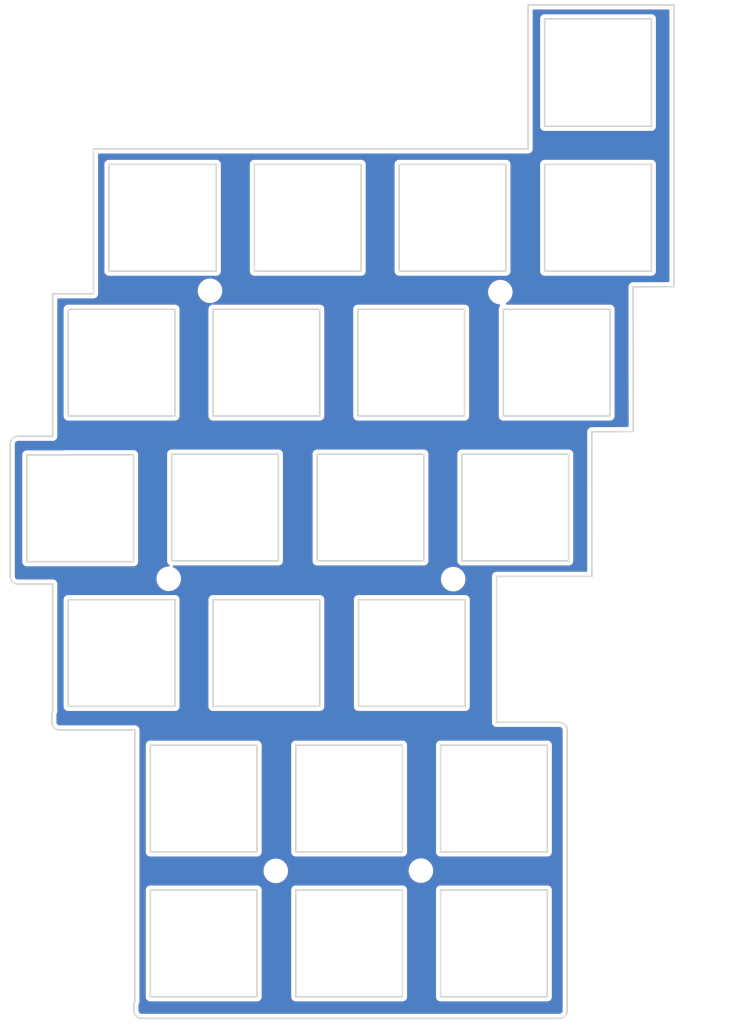
<source format=kicad_pcb>
(kicad_pcb (version 20171130) (host pcbnew 5.1.4)

  (general
    (thickness 1.6)
    (drawings 161)
    (tracks 0)
    (zones 0)
    (modules 6)
    (nets 1)
  )

  (page A4)
  (layers
    (0 F.Cu signal)
    (31 B.Cu signal)
    (32 B.Adhes user hide)
    (33 F.Adhes user hide)
    (34 B.Paste user hide)
    (35 F.Paste user hide)
    (36 B.SilkS user hide)
    (37 F.SilkS user hide)
    (38 B.Mask user)
    (39 F.Mask user)
    (40 Dwgs.User user hide)
    (41 Cmts.User user hide)
    (42 Eco1.User user hide)
    (43 Eco2.User user)
    (44 Edge.Cuts user)
    (45 Margin user hide)
    (46 B.CrtYd user hide)
    (47 F.CrtYd user hide)
    (48 B.Fab user hide)
    (49 F.Fab user hide)
  )

  (setup
    (last_trace_width 0.25)
    (trace_clearance 0.2)
    (zone_clearance 0.508)
    (zone_45_only yes)
    (trace_min 0.2)
    (via_size 0.8)
    (via_drill 0.4)
    (via_min_size 0.4)
    (via_min_drill 0.3)
    (uvia_size 0.3)
    (uvia_drill 0.1)
    (uvias_allowed no)
    (uvia_min_size 0.2)
    (uvia_min_drill 0.1)
    (edge_width 0.05)
    (segment_width 0.2)
    (pcb_text_width 0.3)
    (pcb_text_size 1.5 1.5)
    (mod_edge_width 0.12)
    (mod_text_size 1 1)
    (mod_text_width 0.15)
    (pad_size 2.2 2.2)
    (pad_drill 2.2)
    (pad_to_mask_clearance 0.051)
    (solder_mask_min_width 0.25)
    (aux_axis_origin 0 0)
    (visible_elements FFFFFF7F)
    (pcbplotparams
      (layerselection 0x010f0_ffffffff)
      (usegerberextensions false)
      (usegerberattributes false)
      (usegerberadvancedattributes false)
      (creategerberjobfile false)
      (excludeedgelayer true)
      (linewidth 0.100000)
      (plotframeref false)
      (viasonmask false)
      (mode 1)
      (useauxorigin false)
      (hpglpennumber 1)
      (hpglpenspeed 20)
      (hpglpendiameter 15.000000)
      (psnegative false)
      (psa4output false)
      (plotreference true)
      (plotvalue true)
      (plotinvisibletext false)
      (padsonsilk false)
      (subtractmaskfromsilk false)
      (outputformat 1)
      (mirror false)
      (drillshape 0)
      (scaleselection 1)
      (outputdirectory "gerber/"))
  )

  (net 0 "")

  (net_class Default "これはデフォルトのネット クラスです。"
    (clearance 0.2)
    (trace_width 0.25)
    (via_dia 0.8)
    (via_drill 0.4)
    (uvia_dia 0.3)
    (uvia_drill 0.1)
  )

  (module Mounting_Holes:MountingHole_2.2mm_M2 (layer F.Cu) (tedit 5D57AC8B) (tstamp 5D4F8593)
    (at 247.5 62.275)
    (descr "Mounting Hole 2.2mm, no annular, M2")
    (tags "mounting hole 2.2mm no annular m2")
    (attr virtual)
    (fp_text reference REF** (at 0 -3.2) (layer F.SilkS) hide
      (effects (font (size 1 1) (thickness 0.15)))
    )
    (fp_text value MountingHole_2.2mm_M2 (at 0 3.2) (layer F.Fab)
      (effects (font (size 1 1) (thickness 0.15)))
    )
    (fp_circle (center 0 0) (end 2.45 0) (layer F.CrtYd) (width 0.05))
    (fp_circle (center 0 0) (end 2.2 0) (layer Cmts.User) (width 0.15))
    (fp_text user %R (at 0.3 0) (layer F.Fab)
      (effects (font (size 1 1) (thickness 0.15)))
    )
    (pad "" np_thru_hole circle (at 0.028092 -0.03545) (size 2.2 2.2) (drill 2.2) (layers *.Cu *.Mask))
  )

  (module Mounting_Holes:MountingHole_2.2mm_M2 (layer F.Cu) (tedit 56D1B4CB) (tstamp 5D4F87CB)
    (at 204.096402 99.769193)
    (descr "Mounting Hole 2.2mm, no annular, M2")
    (tags "mounting hole 2.2mm no annular m2")
    (attr virtual)
    (fp_text reference REF** (at 0 -3.2) (layer F.SilkS) hide
      (effects (font (size 1 1) (thickness 0.15)))
    )
    (fp_text value MountingHole_2.2mm_M2 (at 0 3.2) (layer F.Fab)
      (effects (font (size 1 1) (thickness 0.15)))
    )
    (fp_circle (center 0 0) (end 2.45 0) (layer F.CrtYd) (width 0.05))
    (fp_circle (center 0 0) (end 2.2 0) (layer Cmts.User) (width 0.15))
    (fp_text user %R (at 0.3 0) (layer F.Fab)
      (effects (font (size 1 1) (thickness 0.15)))
    )
    (pad 1 np_thru_hole circle (at 0 0) (size 2.2 2.2) (drill 2.2) (layers *.Cu *.Mask))
  )

  (module Mounting_Holes:MountingHole_2.2mm_M2 (layer F.Cu) (tedit 56D1B4CB) (tstamp 5D4F88F7)
    (at 237.125165 137.971084)
    (descr "Mounting Hole 2.2mm, no annular, M2")
    (tags "mounting hole 2.2mm no annular m2")
    (attr virtual)
    (fp_text reference REF** (at 0 -3.2) (layer F.SilkS) hide
      (effects (font (size 1 1) (thickness 0.15)))
    )
    (fp_text value MountingHole_2.2mm_M2 (at 0 3.2) (layer F.Fab)
      (effects (font (size 1 1) (thickness 0.15)))
    )
    (fp_circle (center 0 0) (end 2.45 0) (layer F.CrtYd) (width 0.05))
    (fp_circle (center 0 0) (end 2.2 0) (layer Cmts.User) (width 0.15))
    (fp_text user %R (at 0.3 0) (layer F.Fab)
      (effects (font (size 1 1) (thickness 0.15)))
    )
    (pad 1 np_thru_hole circle (at 0 0) (size 2.2 2.2) (drill 2.2) (layers *.Cu *.Mask))
  )

  (module Mounting_Holes:MountingHole_2.2mm_M2 (layer F.Cu) (tedit 5D57AD98) (tstamp 5D4F8861)
    (at 218.1 138.001564)
    (descr "Mounting Hole 2.2mm, no annular, M2")
    (tags "mounting hole 2.2mm no annular m2")
    (attr virtual)
    (fp_text reference REF** (at 0 -3.2) (layer F.SilkS) hide
      (effects (font (size 1 1) (thickness 0.15)))
    )
    (fp_text value MountingHole_2.2mm_M2 (at 0 3.2) (layer F.Fab)
      (effects (font (size 1 1) (thickness 0.15)))
    )
    (fp_circle (center 0 0) (end 2.45 0) (layer F.CrtYd) (width 0.05))
    (fp_circle (center 0 0) (end 2.2 0) (layer Cmts.User) (width 0.15))
    (fp_text user %R (at 0.3 0) (layer F.Fab)
      (effects (font (size 1 1) (thickness 0.15)))
    )
    (pad "" np_thru_hole circle (at 0.018591 0) (size 2.2 2.2) (drill 2.2) (layers *.Cu *.Mask))
  )

  (module Mounting_Holes:MountingHole_2.2mm_M2 (layer F.Cu) (tedit 56D1B4CB) (tstamp 5D4F8735)
    (at 241.353101 99.810098)
    (descr "Mounting Hole 2.2mm, no annular, M2")
    (tags "mounting hole 2.2mm no annular m2")
    (attr virtual)
    (fp_text reference REF** (at 0 -3.2) (layer F.SilkS) hide
      (effects (font (size 1 1) (thickness 0.15)))
    )
    (fp_text value MountingHole_2.2mm_M2 (at 0 3.2) (layer F.Fab)
      (effects (font (size 1 1) (thickness 0.15)))
    )
    (fp_circle (center 0 0) (end 2.45 0) (layer F.CrtYd) (width 0.05))
    (fp_circle (center 0 0) (end 2.2 0) (layer Cmts.User) (width 0.15))
    (fp_text user %R (at 0.3 0) (layer F.Fab)
      (effects (font (size 1 1) (thickness 0.15)))
    )
    (pad 1 np_thru_hole circle (at 0 0) (size 2.2 2.2) (drill 2.2) (layers *.Cu *.Mask))
  )

  (module Mounting_Holes:MountingHole_2.2mm_M2 (layer F.Cu) (tedit 5D57ACDE) (tstamp 5D4F869F)
    (at 209.475 62.1)
    (descr "Mounting Hole 2.2mm, no annular, M2")
    (tags "mounting hole 2.2mm no annular m2")
    (attr virtual)
    (fp_text reference REF** (at 0 -3.2) (layer F.SilkS) hide
      (effects (font (size 1 1) (thickness 0.15)))
    )
    (fp_text value MountingHole_2.2mm_M2 (at 0 3.2) (layer F.Fab)
      (effects (font (size 1 1) (thickness 0.15)))
    )
    (fp_circle (center 0 0) (end 2.45 0) (layer F.CrtYd) (width 0.05))
    (fp_circle (center 0 0) (end 2.2 0) (layer Cmts.User) (width 0.15))
    (fp_text user %R (at 0.3 0) (layer F.Fab)
      (effects (font (size 1 1) (thickness 0.15)))
    )
    (pad "" np_thru_hole circle (at 0.028456 -0.042243) (size 2.2 2.2) (drill 2.2) (layers *.Cu *.Mask))
  )

  (dimension 87 (width 0.15) (layer Eco2.User)
    (gr_text "87.000 mm" (at 226.75 76.2) (layer Eco2.User)
      (effects (font (size 1 1) (thickness 0.15)))
    )
    (feature1 (pts (xy 270.25 81.25) (xy 270.25 76.913579)))
    (feature2 (pts (xy 183.25 81.25) (xy 183.25 76.913579)))
    (crossbar (pts (xy 183.25 77.5) (xy 270.25 77.5)))
    (arrow1a (pts (xy 270.25 77.5) (xy 269.123496 78.086421)))
    (arrow1b (pts (xy 270.25 77.5) (xy 269.123496 76.913579)))
    (arrow2a (pts (xy 183.25 77.5) (xy 184.376504 78.086421)))
    (arrow2b (pts (xy 183.25 77.5) (xy 184.376504 76.913579)))
  )
  (dimension 133.5 (width 0.15) (layer Eco2.User)
    (gr_text "133.500 mm" (at 277.05 91.25 270) (layer Eco2.User)
      (effects (font (size 1 1) (thickness 0.15)))
    )
    (feature1 (pts (xy 270.25 158) (xy 276.336421 158)))
    (feature2 (pts (xy 270.25 24.5) (xy 276.336421 24.5)))
    (crossbar (pts (xy 275.75 24.5) (xy 275.75 158)))
    (arrow1a (pts (xy 275.75 158) (xy 275.163579 156.873496)))
    (arrow1b (pts (xy 275.75 158) (xy 276.336421 156.873496)))
    (arrow2a (pts (xy 275.75 24.5) (xy 275.163579 25.626504)))
    (arrow2b (pts (xy 275.75 24.5) (xy 276.336421 25.626504)))
  )
  (gr_text "Xenon v1.2.0 + rotary" (at 268.75 34.75 90) (layer B.Mask) (tstamp 5D57B051)
    (effects (font (size 1 1) (thickness 0.15)) (justify mirror))
  )
  (gr_text "PCB designed by © narinari" (at 255 138.25 90) (layer B.Mask) (tstamp 5D57B030)
    (effects (font (size 1 1) (thickness 0.15)) (justify mirror))
  )
  (gr_text "PCB designed by © narinari" (at 255 138.25 90) (layer F.Mask)
    (effects (font (size 1 1) (thickness 0.15)))
  )
  (gr_text "Xenon v1.2.0 + rotary" (at 268.75 34.75 90) (layer F.Mask)
    (effects (font (size 1 1) (thickness 0.15)))
  )
  (gr_line (start 220.740604 140.514733) (end 234.711329 140.514733) (layer Edge.Cuts) (width 0.2))
  (gr_line (start 201.690604 140.514733) (end 201.690604 140.514733) (layer Edge.Cuts) (width 0.2))
  (gr_line (start 209.902506 64.484233) (end 223.873231 64.484233) (layer Edge.Cuts) (width 0.2))
  (gr_line (start 190.938289 64.484233) (end 190.938289 64.484233) (layer Edge.Cuts) (width 0.2))
  (gr_line (start 267.307789 59.488672) (end 253.337064 59.488672) (layer Edge.Cuts) (width 0.2))
  (gr_line (start 267.307789 45.520013) (end 267.307789 59.488672) (layer Edge.Cuts) (width 0.2))
  (gr_line (start 188.90689 81.10699) (end 184.33766 81.10699) (layer Edge.Cuts) (width 0.2))
  (gr_line (start 194.239897 43.487063) (end 194.239897 62.453347) (layer Edge.Cuts) (width 0.2))
  (gr_line (start 196.272331 45.520013) (end 210.327286 45.520013) (layer Edge.Cuts) (width 0.2))
  (gr_line (start 234.711329 121.548965) (end 234.711329 135.519172) (layer Edge.Cuts) (width 0.2))
  (gr_line (start 220.740604 121.548965) (end 234.711329 121.548965) (layer Edge.Cuts) (width 0.2))
  (gr_line (start 199.490223 97.504955) (end 199.486603 97.504955) (layer Edge.Cuts) (width 0.2))
  (gr_line (start 199.490223 83.534233) (end 199.490223 97.504955) (layer Edge.Cuts) (width 0.2))
  (gr_line (start 204.908495 102.5) (end 204.908495 116.470206) (layer Edge.Cuts) (width 0.2))
  (gr_line (start 190.938289 102.5) (end 204.908495 102.5) (layer Edge.Cuts) (width 0.2))
  (gr_curve (pts (xy 188.786483 118.555866) (xy 188.786483 119.109867) (xy 189.232422 119.555806) (xy 189.786423 119.555806)) (layer Edge.Cuts) (width 0.2))
  (gr_line (start 196.272331 45.520013) (end 196.272331 45.520013) (layer Edge.Cuts) (width 0.2))
  (gr_line (start 215.322331 45.520013) (end 229.293054 45.520013) (layer Edge.Cuts) (width 0.2))
  (gr_line (start 210.327286 59.488672) (end 196.272331 59.488672) (layer Edge.Cuts) (width 0.2))
  (gr_line (start 242.5 97.420206) (end 242.5 83.45) (layer Edge.Cuts) (width 0.2))
  (gr_line (start 256.470723 97.420206) (end 242.5 97.420206) (layer Edge.Cuts) (width 0.2))
  (gr_line (start 223.874781 116.470206) (end 209.904056 116.470206) (layer Edge.Cuts) (width 0.2))
  (gr_line (start 223.874781 102.5) (end 223.874781 116.470206) (layer Edge.Cuts) (width 0.2))
  (gr_line (start 270.270397 24.642219) (end 251.162004 24.642219) (layer Edge.Cuts) (width 0.2))
  (gr_line (start 199.537763 155.555676) (end 199.537763 156.30705) (layer Edge.Cuts) (width 0.2))
  (gr_line (start 255.2863 118.555866) (end 254.786589 118.555866) (layer Edge.Cuts) (width 0.2))
  (gr_line (start 229.293054 59.488672) (end 215.322331 59.488672) (layer Edge.Cuts) (width 0.2))
  (gr_line (start 185.515881 83.555936) (end 190.534696 83.555936) (layer Edge.Cuts) (width 0.2))
  (gr_line (start 185.515881 97.526659) (end 185.515881 83.555936) (layer Edge.Cuts) (width 0.2))
  (gr_curve (pts (xy 256.286755 119.555806) (xy 256.286755 119.001806) (xy 255.8403 118.555866) (xy 255.2863 118.555866)) (layer Edge.Cuts) (width 0.2))
  (gr_line (start 270.270397 61.521622) (end 270.270397 24.642219) (layer Edge.Cuts) (width 0.2))
  (gr_line (start 196.272331 59.488672) (end 196.272331 45.520013) (layer Edge.Cuts) (width 0.2))
  (gr_line (start 253.337064 26.470013) (end 267.307789 26.470013) (layer Edge.Cuts) (width 0.2))
  (gr_line (start 251.162004 24.642219) (end 251.162004 24.642219) (layer Edge.Cuts) (width 0.2))
  (gr_line (start 237.506506 97.420206) (end 223.535784 97.420206) (layer Edge.Cuts) (width 0.2))
  (gr_line (start 237.506506 83.45) (end 237.506506 97.420206) (layer Edge.Cuts) (width 0.2))
  (gr_line (start 253.337064 26.470013) (end 253.337064 26.470013) (layer Edge.Cuts) (width 0.2))
  (gr_line (start 264.914135 61.553144) (end 270.270397 61.521622) (layer Edge.Cuts) (width 0.2))
  (gr_line (start 228.868792 78.454955) (end 228.868792 64.484233) (layer Edge.Cuts) (width 0.2))
  (gr_line (start 242.839514 78.454955) (end 228.868792 78.454955) (layer Edge.Cuts) (width 0.2))
  (gr_line (start 256.286755 156.30705) (end 256.286755 155.555676) (layer Edge.Cuts) (width 0.2))
  (gr_line (start 209.904056 102.5) (end 209.904056 102.5) (layer Edge.Cuts) (width 0.2))
  (gr_line (start 209.904056 116.470206) (end 209.904056 102.5) (layer Edge.Cuts) (width 0.2))
  (gr_line (start 261.889514 78.454955) (end 247.918792 78.454955) (layer Edge.Cuts) (width 0.2))
  (gr_line (start 261.889514 64.484233) (end 261.889514 78.454955) (layer Edge.Cuts) (width 0.2))
  (gr_line (start 204.485784 97.420206) (end 204.485784 83.45) (layer Edge.Cuts) (width 0.2))
  (gr_line (start 218.456506 97.420206) (end 204.485784 97.420206) (layer Edge.Cuts) (width 0.2))
  (gr_line (start 248.257789 45.520013) (end 248.257789 59.488672) (layer Edge.Cuts) (width 0.2))
  (gr_line (start 234.287064 45.520013) (end 248.257789 45.520013) (layer Edge.Cuts) (width 0.2))
  (gr_line (start 188.786483 117.555927) (end 188.786483 118.555866) (layer Edge.Cuts) (width 0.2))
  (gr_line (start 190.534696 83.534233) (end 199.490223 83.534233) (layer Edge.Cuts) (width 0.2))
  (gr_line (start 242.5 83.45) (end 242.5 83.45) (layer Edge.Cuts) (width 0.2))
  (gr_curve (pts (xy 255.2863 157.30699) (xy 255.355549 157.30699) (xy 255.423126 157.300119) (xy 255.488354 157.286837)) (layer Edge.Cuts) (width 0.2))
  (gr_line (start 218.456506 83.45) (end 218.456506 97.420206) (layer Edge.Cuts) (width 0.2))
  (gr_line (start 204.485784 83.45) (end 218.456506 83.45) (layer Edge.Cuts) (width 0.2))
  (gr_line (start 223.535784 83.45) (end 237.506506 83.45) (layer Edge.Cuts) (width 0.2))
  (gr_line (start 204.485784 83.45) (end 204.485784 83.45) (layer Edge.Cuts) (width 0.2))
  (gr_line (start 228.952506 116.470206) (end 228.952506 102.5) (layer Edge.Cuts) (width 0.2))
  (gr_line (start 242.923231 116.470206) (end 228.952506 116.470206) (layer Edge.Cuts) (width 0.2))
  (gr_curve (pts (xy 183.337719 99.455741) (xy 183.337719 100.009742) (xy 183.783659 100.455678) (xy 184.33766 100.455678)) (layer Edge.Cuts) (width 0.2))
  (gr_line (start 267.307789 40.524455) (end 253.337064 40.524455) (layer Edge.Cuts) (width 0.2))
  (gr_line (start 223.873231 78.454955) (end 209.902506 78.454955) (layer Edge.Cuts) (width 0.2))
  (gr_line (start 223.873231 64.484233) (end 223.873231 78.454955) (layer Edge.Cuts) (width 0.2))
  (gr_curve (pts (xy 199.537763 156.30705) (xy 199.537763 156.861051) (xy 199.983702 157.30699) (xy 200.537703 157.30699)) (layer Edge.Cuts) (width 0.2))
  (gr_line (start 199.65972 119.555806) (end 199.65972 155.084903) (layer Edge.Cuts) (width 0.2))
  (gr_line (start 215.322331 45.520013) (end 215.322331 45.520013) (layer Edge.Cuts) (width 0.2))
  (gr_line (start 215.322331 59.488672) (end 215.322331 45.520013) (layer Edge.Cuts) (width 0.2))
  (gr_line (start 201.690604 154.484939) (end 201.690604 140.514733) (layer Edge.Cuts) (width 0.2))
  (gr_line (start 215.661328 154.484939) (end 201.690604 154.484939) (layer Edge.Cuts) (width 0.2))
  (gr_line (start 239.705339 140.514733) (end 239.705339 140.514733) (layer Edge.Cuts) (width 0.2))
  (gr_line (start 184.33766 100.455678) (end 188.90689 100.455678) (layer Edge.Cuts) (width 0.2))
  (gr_line (start 220.740604 135.519172) (end 220.740604 121.548965) (layer Edge.Cuts) (width 0.2))
  (gr_line (start 234.711329 135.519172) (end 220.740604 135.519172) (layer Edge.Cuts) (width 0.2))
  (gr_line (start 215.661328 140.514733) (end 215.661328 154.484939) (layer Edge.Cuts) (width 0.2))
  (gr_line (start 201.690604 140.514733) (end 215.661328 140.514733) (layer Edge.Cuts) (width 0.2))
  (gr_line (start 242.923231 102.5) (end 242.923231 116.470206) (layer Edge.Cuts) (width 0.2))
  (gr_line (start 228.952506 102.5) (end 242.923231 102.5) (layer Edge.Cuts) (width 0.2))
  (gr_line (start 247.486259 118.555866) (end 247.034607 118.555866) (layer Edge.Cuts) (width 0.2))
  (gr_line (start 267.307789 26.470013) (end 267.307789 40.524455) (layer Edge.Cuts) (width 0.2))
  (gr_line (start 253.337064 45.520013) (end 253.337064 45.520013) (layer Edge.Cuts) (width 0.2))
  (gr_line (start 253.337064 59.488672) (end 253.337064 45.520013) (layer Edge.Cuts) (width 0.2))
  (gr_line (start 234.287064 59.488672) (end 234.287064 45.520013) (layer Edge.Cuts) (width 0.2))
  (gr_line (start 248.257789 59.488672) (end 234.287064 59.488672) (layer Edge.Cuts) (width 0.2))
  (gr_line (start 204.908495 64.484233) (end 204.908495 78.454955) (layer Edge.Cuts) (width 0.2))
  (gr_line (start 190.938289 64.484233) (end 204.908495 64.484233) (layer Edge.Cuts) (width 0.2))
  (gr_line (start 253.337064 40.524455) (end 253.337064 26.470013) (layer Edge.Cuts) (width 0.2))
  (gr_line (start 251.162004 43.487063) (end 194.239897 43.487063) (layer Edge.Cuts) (width 0.2))
  (gr_line (start 190.534696 83.534233) (end 190.534696 83.534233) (layer Edge.Cuts) (width 0.2))
  (gr_line (start 190.534696 83.555936) (end 190.534696 83.534233) (layer Edge.Cuts) (width 0.2))
  (gr_line (start 201.690604 121.548965) (end 215.661328 121.548965) (layer Edge.Cuts) (width 0.2))
  (gr_line (start 228.952506 102.5) (end 228.952506 102.5) (layer Edge.Cuts) (width 0.2))
  (gr_curve (pts (xy 255.488354 157.286837) (xy 255.684 157.247004) (xy 255.858705 157.150579) (xy 255.994266 157.015017)) (layer Edge.Cuts) (width 0.2))
  (gr_line (start 190.938289 116.470206) (end 190.938289 102.5) (layer Edge.Cuts) (width 0.2))
  (gr_line (start 204.908495 116.470206) (end 190.938289 116.470206) (layer Edge.Cuts) (width 0.2))
  (gr_line (start 264.937389 80.485838) (end 264.914135 61.553144) (layer Edge.Cuts) (width 0.2))
  (gr_line (start 253.676061 140.514733) (end 253.676061 154.484939) (layer Edge.Cuts) (width 0.2))
  (gr_line (start 239.705339 140.514733) (end 253.676061 140.514733) (layer Edge.Cuts) (width 0.2))
  (gr_line (start 234.711329 154.484939) (end 220.740604 154.484939) (layer Edge.Cuts) (width 0.2))
  (gr_line (start 234.711329 140.514733) (end 234.711329 154.484939) (layer Edge.Cuts) (width 0.2))
  (gr_line (start 239.705339 154.484939) (end 239.705339 140.514733) (layer Edge.Cuts) (width 0.2))
  (gr_line (start 253.676061 154.484939) (end 239.705339 154.484939) (layer Edge.Cuts) (width 0.2))
  (gr_line (start 253.337064 45.520013) (end 267.307789 45.520013) (layer Edge.Cuts) (width 0.2))
  (gr_line (start 234.287064 45.520013) (end 234.287064 45.520013) (layer Edge.Cuts) (width 0.2))
  (gr_line (start 188.90689 100.455678) (end 188.90689 117.088773) (layer Edge.Cuts) (width 0.2))
  (gr_curve (pts (xy 188.90689 117.088773) (xy 188.832687 117.22865) (xy 188.786483 117.385956) (xy 188.786483 117.555927)) (layer Edge.Cuts) (width 0.2))
  (gr_line (start 215.661328 135.519172) (end 201.690604 135.519172) (layer Edge.Cuts) (width 0.2))
  (gr_line (start 215.661328 121.548965) (end 215.661328 135.519172) (layer Edge.Cuts) (width 0.2))
  (gr_line (start 199.486603 97.526659) (end 185.515881 97.526659) (layer Edge.Cuts) (width 0.2))
  (gr_line (start 199.486603 97.504955) (end 199.486603 97.526659) (layer Edge.Cuts) (width 0.2))
  (gr_line (start 256.286755 120.311832) (end 256.286755 119.555806) (layer Edge.Cuts) (width 0.2))
  (gr_line (start 209.902506 64.484233) (end 209.902506 64.484233) (layer Edge.Cuts) (width 0.2))
  (gr_line (start 209.902506 78.454955) (end 209.902506 64.484233) (layer Edge.Cuts) (width 0.2))
  (gr_line (start 189.786423 119.555806) (end 199.65972 119.555806) (layer Edge.Cuts) (width 0.2))
  (gr_line (start 254.786589 118.555866) (end 247.486259 118.555866) (layer Edge.Cuts) (width 0.2))
  (gr_line (start 259.516016 80.52873) (end 264.937389 80.485838) (layer Edge.Cuts) (width 0.2))
  (gr_line (start 253.677612 135.519172) (end 239.70689 135.519172) (layer Edge.Cuts) (width 0.2))
  (gr_line (start 253.677612 121.548965) (end 253.677612 135.519172) (layer Edge.Cuts) (width 0.2))
  (gr_line (start 239.70689 121.548965) (end 253.677612 121.548965) (layer Edge.Cuts) (width 0.2))
  (gr_line (start 220.740604 121.548965) (end 220.740604 121.548965) (layer Edge.Cuts) (width 0.2))
  (gr_line (start 247.918792 64.484233) (end 247.918792 64.484233) (layer Edge.Cuts) (width 0.2))
  (gr_line (start 247.918792 78.454955) (end 247.918792 64.484233) (layer Edge.Cuts) (width 0.2))
  (gr_line (start 254.786589 157.30699) (end 255.2863 157.30699) (layer Edge.Cuts) (width 0.2))
  (gr_curve (pts (xy 199.65972 155.084903) (xy 199.584224 155.225706) (xy 199.537763 155.384123) (xy 199.537763 155.555676)) (layer Edge.Cuts) (width 0.2))
  (gr_curve (pts (xy 256.208206 156.697208) (xy 256.258717 156.577494) (xy 256.286755 156.445552) (xy 256.286755 156.30705)) (layer Edge.Cuts) (width 0.2))
  (gr_line (start 220.740604 140.514733) (end 220.740604 140.514733) (layer Edge.Cuts) (width 0.2))
  (gr_line (start 220.740604 154.484939) (end 220.740604 140.514733) (layer Edge.Cuts) (width 0.2))
  (gr_curve (pts (xy 184.33766 81.10699) (xy 183.566057 81.230246) (xy 183.438404 81.475118) (xy 183.337719 82.106927)) (layer Edge.Cuts) (width 0.2))
  (gr_line (start 256.286755 155.555676) (end 256.286755 120.311832) (layer Edge.Cuts) (width 0.2))
  (gr_line (start 247.034607 99.452122) (end 259.519117 99.452122) (layer Edge.Cuts) (width 0.2))
  (gr_line (start 247.034607 118.555866) (end 247.034607 99.452122) (layer Edge.Cuts) (width 0.2))
  (gr_line (start 259.519117 99.452122) (end 259.516016 80.52873) (layer Edge.Cuts) (width 0.2))
  (gr_line (start 210.327286 45.520013) (end 210.327286 59.488672) (layer Edge.Cuts) (width 0.2))
  (gr_curve (pts (xy 255.994266 157.015017) (xy 256.084643 156.924643) (xy 256.157739 156.816926) (xy 256.208206 156.697208)) (layer Edge.Cuts) (width 0.2))
  (gr_line (start 209.904056 102.5) (end 223.874781 102.5) (layer Edge.Cuts) (width 0.2))
  (gr_line (start 190.938289 102.5) (end 190.938289 102.5) (layer Edge.Cuts) (width 0.2))
  (gr_line (start 251.162004 24.642219) (end 251.162004 43.487063) (layer Edge.Cuts) (width 0.2))
  (gr_line (start 223.535784 83.45) (end 223.535784 83.45) (layer Edge.Cuts) (width 0.2))
  (gr_line (start 223.535784 97.420206) (end 223.535784 83.45) (layer Edge.Cuts) (width 0.2))
  (gr_line (start 200.537703 157.30699) (end 254.786589 157.30699) (layer Edge.Cuts) (width 0.2))
  (gr_line (start 194.239897 62.453347) (end 188.90689 62.453347) (layer Edge.Cuts) (width 0.2))
  (gr_line (start 190.938289 78.454955) (end 190.938289 64.484233) (layer Edge.Cuts) (width 0.2))
  (gr_line (start 204.908495 78.454955) (end 190.938289 78.454955) (layer Edge.Cuts) (width 0.2))
  (gr_line (start 188.90689 62.453347) (end 188.90689 81.10699) (layer Edge.Cuts) (width 0.2))
  (gr_line (start 239.70689 121.548965) (end 239.70689 121.548965) (layer Edge.Cuts) (width 0.2))
  (gr_line (start 239.70689 135.519172) (end 239.70689 121.548965) (layer Edge.Cuts) (width 0.2))
  (gr_line (start 201.690604 121.548965) (end 201.690604 121.548965) (layer Edge.Cuts) (width 0.2))
  (gr_line (start 201.690604 135.519172) (end 201.690604 121.548965) (layer Edge.Cuts) (width 0.2))
  (gr_line (start 183.337719 82.106927) (end 183.337719 99.455741) (layer Edge.Cuts) (width 0.2))
  (gr_line (start 247.918792 64.484233) (end 261.889514 64.484233) (layer Edge.Cuts) (width 0.2))
  (gr_line (start 228.868792 64.484233) (end 228.868792 64.484233) (layer Edge.Cuts) (width 0.2))
  (gr_line (start 242.839514 64.484233) (end 242.839514 78.454955) (layer Edge.Cuts) (width 0.2))
  (gr_line (start 228.868792 64.484233) (end 242.839514 64.484233) (layer Edge.Cuts) (width 0.2))
  (gr_line (start 229.293054 45.520013) (end 229.293054 59.488672) (layer Edge.Cuts) (width 0.2))
  (gr_line (start 256.470723 83.45) (end 256.470723 97.420206) (layer Edge.Cuts) (width 0.2))
  (gr_line (start 242.5 83.45) (end 256.470723 83.45) (layer Edge.Cuts) (width 0.2))

  (zone (net 0) (net_name "") (layer F.Cu) (tstamp 0) (hatch edge 0.508)
    (connect_pads (clearance 0.508))
    (min_thickness 0.254)
    (fill yes (arc_segments 32) (thermal_gap 0.508) (thermal_bridge_width 0.508))
    (polygon
      (pts
        (xy 270.79 24.17) (xy 270.79 158) (xy 182 158) (xy 182 24.5)
      )
    )
    (filled_polygon
      (pts
        (xy 269.535397 60.790936) (xy 264.947633 60.817935) (xy 264.913228 60.814589) (xy 264.875417 60.81836) (xy 264.873706 60.81837)
        (xy 264.839552 60.821937) (xy 264.769161 60.828957) (xy 264.767508 60.829461) (xy 264.76579 60.82964) (xy 264.69832 60.850541)
        (xy 264.630665 60.871155) (xy 264.62914 60.871972) (xy 264.627492 60.872483) (xy 264.565391 60.906148) (xy 264.503062 60.939562)
        (xy 264.501728 60.94066) (xy 264.500209 60.941483) (xy 264.445877 60.986609) (xy 264.391256 61.031548) (xy 264.39016 61.032887)
        (xy 264.388833 61.033989) (xy 264.344309 61.088897) (xy 264.299545 61.143579) (xy 264.298734 61.145101) (xy 264.297644 61.146445)
        (xy 264.264653 61.209051) (xy 264.231452 61.27135) (xy 264.230953 61.273003) (xy 264.230147 61.274532) (xy 264.210026 61.342297)
        (xy 264.189594 61.409949) (xy 264.189427 61.411669) (xy 264.188935 61.413325) (xy 264.182414 61.483785) (xy 264.179092 61.517942)
        (xy 264.179094 61.519651) (xy 264.175592 61.55749) (xy 264.179183 61.591872) (xy 264.201493 79.756638) (xy 259.549155 79.793445)
        (xy 259.515895 79.790175) (xy 259.476956 79.794016) (xy 259.474098 79.794039) (xy 259.440986 79.797565) (xy 259.371813 79.804389)
        (xy 259.369063 79.805224) (xy 259.366205 79.805528) (xy 259.2998 79.826247) (xy 259.233272 79.84644) (xy 259.230739 79.847795)
        (xy 259.227994 79.848651) (xy 259.166896 79.881933) (xy 259.105596 79.914711) (xy 259.103376 79.916534) (xy 259.100851 79.917909)
        (xy 259.047408 79.96248) (xy 258.993693 80.006578) (xy 258.991872 80.008798) (xy 258.989663 80.01064) (xy 258.945989 80.064725)
        (xy 258.901862 80.118511) (xy 258.900505 80.12105) (xy 258.898703 80.123282) (xy 258.866453 80.184782) (xy 258.833633 80.246209)
        (xy 258.832798 80.248963) (xy 258.831465 80.251505) (xy 258.811811 80.31819) (xy 258.791628 80.384764) (xy 258.791347 80.387623)
        (xy 258.790534 80.390381) (xy 258.784262 80.459677) (xy 258.781011 80.492746) (xy 258.781011 80.495597) (xy 258.777484 80.534573)
        (xy 258.781023 80.567811) (xy 258.783997 98.717122) (xy 247.070712 98.717122) (xy 247.034607 98.713566) (xy 246.998502 98.717122)
        (xy 246.890522 98.727757) (xy 246.751974 98.769785) (xy 246.624287 98.838035) (xy 246.512369 98.929884) (xy 246.42052 99.041802)
        (xy 246.35227 99.169489) (xy 246.310242 99.308037) (xy 246.296051 99.452122) (xy 246.299608 99.488237) (xy 246.299607 118.519761)
        (xy 246.296051 118.555866) (xy 246.310242 118.699951) (xy 246.35227 118.838499) (xy 246.42052 118.966186) (xy 246.512369 119.078104)
        (xy 246.614365 119.16181) (xy 246.624287 119.169953) (xy 246.751974 119.238203) (xy 246.890522 119.280231) (xy 247.034607 119.294422)
        (xy 247.070712 119.290866) (xy 255.256002 119.290866) (xy 255.332206 119.297159) (xy 255.376274 119.308348) (xy 255.411206 119.323475)
        (xy 255.443644 119.343777) (xy 255.471133 119.367136) (xy 255.4971 119.396628) (xy 255.51701 119.427316) (xy 255.533135 119.46294)
        (xy 255.5438 119.502189) (xy 255.551755 119.589299) (xy 255.551755 120.347936) (xy 255.551756 120.347946) (xy 255.551755 155.519571)
        (xy 255.551755 156.295291) (xy 255.551451 156.304796) (xy 255.540834 156.374321) (xy 255.525191 156.421627) (xy 255.523272 156.425625)
        (xy 255.497111 156.466445) (xy 255.471011 156.496542) (xy 255.452614 156.512794) (xy 255.418572 156.535533) (xy 255.383887 156.551854)
        (xy 255.34241 156.56388) (xy 255.253028 156.57199) (xy 200.568596 156.57199) (xy 200.490452 156.565411) (xy 200.447044 156.554242)
        (xy 200.412619 156.539211) (xy 200.379998 156.518647) (xy 200.35191 156.494581) (xy 200.327706 156.466945) (xy 200.307442 156.435659)
        (xy 200.291348 156.400041) (xy 200.280741 156.360965) (xy 200.272763 156.27357) (xy 200.272763 155.589168) (xy 200.279504 155.515345)
        (xy 200.290945 155.473464) (xy 200.319866 155.409052) (xy 200.342057 155.367536) (xy 200.384085 155.228988) (xy 200.39472 155.121008)
        (xy 200.39472 140.514733) (xy 200.952048 140.514733) (xy 200.955605 140.550848) (xy 200.955604 154.448834) (xy 200.952048 154.484939)
        (xy 200.966239 154.629024) (xy 201.008267 154.767572) (xy 201.076517 154.895259) (xy 201.168366 155.007177) (xy 201.232122 155.0595)
        (xy 201.280284 155.099026) (xy 201.407971 155.167276) (xy 201.546519 155.209304) (xy 201.690604 155.223495) (xy 201.726709 155.219939)
        (xy 215.625223 155.219939) (xy 215.661328 155.223495) (xy 215.697433 155.219939) (xy 215.805413 155.209304) (xy 215.943961 155.167276)
        (xy 216.071648 155.099026) (xy 216.183566 155.007177) (xy 216.275415 154.895259) (xy 216.343665 154.767572) (xy 216.385693 154.629024)
        (xy 216.399884 154.484939) (xy 216.396328 154.448834) (xy 216.396328 140.550838) (xy 216.399884 140.514733) (xy 220.002048 140.514733)
        (xy 220.005605 140.550848) (xy 220.005604 154.448834) (xy 220.002048 154.484939) (xy 220.016239 154.629024) (xy 220.058267 154.767572)
        (xy 220.126517 154.895259) (xy 220.218366 155.007177) (xy 220.282122 155.0595) (xy 220.330284 155.099026) (xy 220.457971 155.167276)
        (xy 220.596519 155.209304) (xy 220.740604 155.223495) (xy 220.776709 155.219939) (xy 234.675224 155.219939) (xy 234.711329 155.223495)
        (xy 234.747434 155.219939) (xy 234.855414 155.209304) (xy 234.993962 155.167276) (xy 235.121649 155.099026) (xy 235.233567 155.007177)
        (xy 235.325416 154.895259) (xy 235.393666 154.767572) (xy 235.435694 154.629024) (xy 235.449885 154.484939) (xy 235.446329 154.448834)
        (xy 235.446329 140.550838) (xy 235.449885 140.514733) (xy 238.966783 140.514733) (xy 238.97034 140.550848) (xy 238.970339 154.448834)
        (xy 238.966783 154.484939) (xy 238.980974 154.629024) (xy 239.023002 154.767572) (xy 239.091252 154.895259) (xy 239.183101 155.007177)
        (xy 239.246857 155.0595) (xy 239.295019 155.099026) (xy 239.422706 155.167276) (xy 239.561254 155.209304) (xy 239.705339 155.223495)
        (xy 239.741444 155.219939) (xy 253.639956 155.219939) (xy 253.676061 155.223495) (xy 253.712166 155.219939) (xy 253.820146 155.209304)
        (xy 253.958694 155.167276) (xy 254.086381 155.099026) (xy 254.198299 155.007177) (xy 254.290148 154.895259) (xy 254.358398 154.767572)
        (xy 254.400426 154.629024) (xy 254.414617 154.484939) (xy 254.411061 154.448834) (xy 254.411061 140.550838) (xy 254.414617 140.514733)
        (xy 254.400426 140.370648) (xy 254.358398 140.2321) (xy 254.290148 140.104413) (xy 254.198299 139.992495) (xy 254.086381 139.900646)
        (xy 253.958694 139.832396) (xy 253.820146 139.790368) (xy 253.712166 139.779733) (xy 253.676061 139.776177) (xy 253.639956 139.779733)
        (xy 239.741444 139.779733) (xy 239.705339 139.776177) (xy 239.669234 139.779733) (xy 239.561254 139.790368) (xy 239.422706 139.832396)
        (xy 239.295019 139.900646) (xy 239.183101 139.992495) (xy 239.091252 140.104413) (xy 239.023002 140.2321) (xy 238.980974 140.370648)
        (xy 238.966783 140.514733) (xy 235.449885 140.514733) (xy 235.435694 140.370648) (xy 235.393666 140.2321) (xy 235.325416 140.104413)
        (xy 235.233567 139.992495) (xy 235.121649 139.900646) (xy 234.993962 139.832396) (xy 234.855414 139.790368) (xy 234.747434 139.779733)
        (xy 234.711329 139.776177) (xy 234.675224 139.779733) (xy 220.776709 139.779733) (xy 220.740604 139.776177) (xy 220.704499 139.779733)
        (xy 220.596519 139.790368) (xy 220.457971 139.832396) (xy 220.330284 139.900646) (xy 220.218366 139.992495) (xy 220.126517 140.104413)
        (xy 220.058267 140.2321) (xy 220.016239 140.370648) (xy 220.002048 140.514733) (xy 216.399884 140.514733) (xy 216.385693 140.370648)
        (xy 216.343665 140.2321) (xy 216.275415 140.104413) (xy 216.183566 139.992495) (xy 216.071648 139.900646) (xy 215.943961 139.832396)
        (xy 215.805413 139.790368) (xy 215.697433 139.779733) (xy 215.661328 139.776177) (xy 215.625223 139.779733) (xy 201.726709 139.779733)
        (xy 201.690604 139.776177) (xy 201.654499 139.779733) (xy 201.546519 139.790368) (xy 201.407971 139.832396) (xy 201.280284 139.900646)
        (xy 201.168366 139.992495) (xy 201.076517 140.104413) (xy 201.008267 140.2321) (xy 200.966239 140.370648) (xy 200.952048 140.514733)
        (xy 200.39472 140.514733) (xy 200.39472 137.830681) (xy 216.383591 137.830681) (xy 216.383591 138.172447) (xy 216.450266 138.507645)
        (xy 216.581054 138.823395) (xy 216.770928 139.107562) (xy 217.012593 139.349227) (xy 217.29676 139.539101) (xy 217.61251 139.669889)
        (xy 217.947708 139.736564) (xy 218.289474 139.736564) (xy 218.624672 139.669889) (xy 218.940422 139.539101) (xy 219.224589 139.349227)
        (xy 219.466254 139.107562) (xy 219.656128 138.823395) (xy 219.786916 138.507645) (xy 219.853591 138.172447) (xy 219.853591 137.830681)
        (xy 219.847529 137.800201) (xy 235.390165 137.800201) (xy 235.390165 138.141967) (xy 235.45684 138.477165) (xy 235.587628 138.792915)
        (xy 235.777502 139.077082) (xy 236.019167 139.318747) (xy 236.303334 139.508621) (xy 236.619084 139.639409) (xy 236.954282 139.706084)
        (xy 237.296048 139.706084) (xy 237.631246 139.639409) (xy 237.946996 139.508621) (xy 238.231163 139.318747) (xy 238.472828 139.077082)
        (xy 238.662702 138.792915) (xy 238.79349 138.477165) (xy 238.860165 138.141967) (xy 238.860165 137.800201) (xy 238.79349 137.465003)
        (xy 238.662702 137.149253) (xy 238.472828 136.865086) (xy 238.231163 136.623421) (xy 237.946996 136.433547) (xy 237.631246 136.302759)
        (xy 237.296048 136.236084) (xy 236.954282 136.236084) (xy 236.619084 136.302759) (xy 236.303334 136.433547) (xy 236.019167 136.623421)
        (xy 235.777502 136.865086) (xy 235.587628 137.149253) (xy 235.45684 137.465003) (xy 235.390165 137.800201) (xy 219.847529 137.800201)
        (xy 219.786916 137.495483) (xy 219.656128 137.179733) (xy 219.466254 136.895566) (xy 219.224589 136.653901) (xy 218.940422 136.464027)
        (xy 218.624672 136.333239) (xy 218.289474 136.266564) (xy 217.947708 136.266564) (xy 217.61251 136.333239) (xy 217.29676 136.464027)
        (xy 217.012593 136.653901) (xy 216.770928 136.895566) (xy 216.581054 137.179733) (xy 216.450266 137.495483) (xy 216.383591 137.830681)
        (xy 200.39472 137.830681) (xy 200.39472 121.548965) (xy 200.952048 121.548965) (xy 200.955605 121.58508) (xy 200.955604 135.483067)
        (xy 200.952048 135.519172) (xy 200.966239 135.663257) (xy 201.008267 135.801805) (xy 201.076517 135.929492) (xy 201.168366 136.04141)
        (xy 201.280284 136.133259) (xy 201.407971 136.201509) (xy 201.546519 136.243537) (xy 201.690604 136.257728) (xy 201.726709 136.254172)
        (xy 215.625223 136.254172) (xy 215.661328 136.257728) (xy 215.697433 136.254172) (xy 215.805413 136.243537) (xy 215.943961 136.201509)
        (xy 216.071648 136.133259) (xy 216.183566 136.04141) (xy 216.275415 135.929492) (xy 216.343665 135.801805) (xy 216.385693 135.663257)
        (xy 216.399884 135.519172) (xy 216.396328 135.483067) (xy 216.396328 121.58507) (xy 216.399884 121.548965) (xy 220.002048 121.548965)
        (xy 220.005605 121.58508) (xy 220.005604 135.483067) (xy 220.002048 135.519172) (xy 220.016239 135.663257) (xy 220.058267 135.801805)
        (xy 220.126517 135.929492) (xy 220.218366 136.04141) (xy 220.330284 136.133259) (xy 220.457971 136.201509) (xy 220.596519 136.243537)
        (xy 220.740604 136.257728) (xy 220.776709 136.254172) (xy 234.675224 136.254172) (xy 234.711329 136.257728) (xy 234.747434 136.254172)
        (xy 234.855414 136.243537) (xy 234.993962 136.201509) (xy 235.121649 136.133259) (xy 235.233567 136.04141) (xy 235.325416 135.929492)
        (xy 235.393666 135.801805) (xy 235.435694 135.663257) (xy 235.449885 135.519172) (xy 235.446329 135.483067) (xy 235.446329 121.58507)
        (xy 235.449885 121.548965) (xy 238.968334 121.548965) (xy 238.971891 121.58508) (xy 238.97189 135.483067) (xy 238.968334 135.519172)
        (xy 238.982525 135.663257) (xy 239.024553 135.801805) (xy 239.092803 135.929492) (xy 239.184652 136.04141) (xy 239.29657 136.133259)
        (xy 239.424257 136.201509) (xy 239.562805 136.243537) (xy 239.70689 136.257728) (xy 239.742995 136.254172) (xy 253.641507 136.254172)
        (xy 253.677612 136.257728) (xy 253.713717 136.254172) (xy 253.821697 136.243537) (xy 253.960245 136.201509) (xy 254.087932 136.133259)
        (xy 254.19985 136.04141) (xy 254.291699 135.929492) (xy 254.359949 135.801805) (xy 254.401977 135.663257) (xy 254.416168 135.519172)
        (xy 254.412612 135.483067) (xy 254.412612 121.58507) (xy 254.416168 121.548965) (xy 254.401977 121.40488) (xy 254.359949 121.266332)
        (xy 254.291699 121.138645) (xy 254.19985 121.026727) (xy 254.087932 120.934878) (xy 253.960245 120.866628) (xy 253.821697 120.8246)
        (xy 253.713717 120.813965) (xy 253.677612 120.810409) (xy 253.641507 120.813965) (xy 239.742995 120.813965) (xy 239.70689 120.810409)
        (xy 239.670785 120.813965) (xy 239.562805 120.8246) (xy 239.424257 120.866628) (xy 239.29657 120.934878) (xy 239.184652 121.026727)
        (xy 239.092803 121.138645) (xy 239.024553 121.266332) (xy 238.982525 121.40488) (xy 238.968334 121.548965) (xy 235.449885 121.548965)
        (xy 235.435694 121.40488) (xy 235.393666 121.266332) (xy 235.325416 121.138645) (xy 235.233567 121.026727) (xy 235.121649 120.934878)
        (xy 234.993962 120.866628) (xy 234.855414 120.8246) (xy 234.747434 120.813965) (xy 234.711329 120.810409) (xy 234.675224 120.813965)
        (xy 220.776709 120.813965) (xy 220.740604 120.810409) (xy 220.704499 120.813965) (xy 220.596519 120.8246) (xy 220.457971 120.866628)
        (xy 220.330284 120.934878) (xy 220.218366 121.026727) (xy 220.126517 121.138645) (xy 220.058267 121.266332) (xy 220.016239 121.40488)
        (xy 220.002048 121.548965) (xy 216.399884 121.548965) (xy 216.385693 121.40488) (xy 216.343665 121.266332) (xy 216.275415 121.138645)
        (xy 216.183566 121.026727) (xy 216.071648 120.934878) (xy 215.943961 120.866628) (xy 215.805413 120.8246) (xy 215.697433 120.813965)
        (xy 215.661328 120.810409) (xy 215.625223 120.813965) (xy 201.726709 120.813965) (xy 201.690604 120.810409) (xy 201.654499 120.813965)
        (xy 201.546519 120.8246) (xy 201.407971 120.866628) (xy 201.280284 120.934878) (xy 201.168366 121.026727) (xy 201.076517 121.138645)
        (xy 201.008267 121.266332) (xy 200.966239 121.40488) (xy 200.952048 121.548965) (xy 200.39472 121.548965) (xy 200.39472 119.591907)
        (xy 200.398276 119.555806) (xy 200.384085 119.411721) (xy 200.342057 119.273173) (xy 200.273807 119.145486) (xy 200.181958 119.033568)
        (xy 200.07004 118.941719) (xy 199.942353 118.873469) (xy 199.803805 118.831441) (xy 199.695825 118.820806) (xy 199.65972 118.81725)
        (xy 199.623615 118.820806) (xy 189.817316 118.820806) (xy 189.739172 118.814227) (xy 189.695764 118.803058) (xy 189.661339 118.788027)
        (xy 189.628718 118.767463) (xy 189.60063 118.743397) (xy 189.576426 118.715761) (xy 189.556162 118.684475) (xy 189.540068 118.648857)
        (xy 189.529461 118.609781) (xy 189.521483 118.522386) (xy 189.521483 117.58963) (xy 189.528233 117.516182) (xy 189.53943 117.475127)
        (xy 189.567578 117.411908) (xy 189.589227 117.371406) (xy 189.631255 117.232858) (xy 189.64189 117.124878) (xy 189.64189 102.5)
        (xy 190.199733 102.5) (xy 190.20329 102.536115) (xy 190.203289 116.434101) (xy 190.199733 116.470206) (xy 190.213924 116.614291)
        (xy 190.255952 116.752839) (xy 190.324202 116.880526) (xy 190.416051 116.992444) (xy 190.468939 117.035848) (xy 190.527969 117.084293)
        (xy 190.655656 117.152543) (xy 190.794204 117.194571) (xy 190.938289 117.208762) (xy 190.974394 117.205206) (xy 204.87239 117.205206)
        (xy 204.908495 117.208762) (xy 204.9446 117.205206) (xy 205.05258 117.194571) (xy 205.191128 117.152543) (xy 205.318815 117.084293)
        (xy 205.430733 116.992444) (xy 205.522582 116.880526) (xy 205.590832 116.752839) (xy 205.63286 116.614291) (xy 205.647051 116.470206)
        (xy 205.643495 116.434101) (xy 205.643495 102.536105) (xy 205.647051 102.5) (xy 209.1655 102.5) (xy 209.169057 102.536115)
        (xy 209.169056 116.434101) (xy 209.1655 116.470206) (xy 209.179691 116.614291) (xy 209.221719 116.752839) (xy 209.289969 116.880526)
        (xy 209.381818 116.992444) (xy 209.434706 117.035848) (xy 209.493736 117.084293) (xy 209.621423 117.152543) (xy 209.759971 117.194571)
        (xy 209.904056 117.208762) (xy 209.940161 117.205206) (xy 223.838676 117.205206) (xy 223.874781 117.208762) (xy 223.910886 117.205206)
        (xy 224.018866 117.194571) (xy 224.157414 117.152543) (xy 224.285101 117.084293) (xy 224.397019 116.992444) (xy 224.488868 116.880526)
        (xy 224.557118 116.752839) (xy 224.599146 116.614291) (xy 224.613337 116.470206) (xy 224.609781 116.434101) (xy 224.609781 102.536105)
        (xy 224.613337 102.5) (xy 228.21395 102.5) (xy 228.217507 102.536115) (xy 228.217506 116.434101) (xy 228.21395 116.470206)
        (xy 228.228141 116.614291) (xy 228.270169 116.752839) (xy 228.338419 116.880526) (xy 228.430268 116.992444) (xy 228.483156 117.035848)
        (xy 228.542186 117.084293) (xy 228.669873 117.152543) (xy 228.808421 117.194571) (xy 228.952506 117.208762) (xy 228.988611 117.205206)
        (xy 242.887126 117.205206) (xy 242.923231 117.208762) (xy 242.959336 117.205206) (xy 243.067316 117.194571) (xy 243.205864 117.152543)
        (xy 243.333551 117.084293) (xy 243.445469 116.992444) (xy 243.537318 116.880526) (xy 243.605568 116.752839) (xy 243.647596 116.614291)
        (xy 243.661787 116.470206) (xy 243.658231 116.434101) (xy 243.658231 102.536105) (xy 243.661787 102.5) (xy 243.647596 102.355915)
        (xy 243.605568 102.217367) (xy 243.537318 102.08968) (xy 243.445469 101.977762) (xy 243.333551 101.885913) (xy 243.205864 101.817663)
        (xy 243.067316 101.775635) (xy 242.959336 101.765) (xy 242.923231 101.761444) (xy 242.887126 101.765) (xy 228.988611 101.765)
        (xy 228.952506 101.761444) (xy 228.916401 101.765) (xy 228.808421 101.775635) (xy 228.669873 101.817663) (xy 228.542186 101.885913)
        (xy 228.430268 101.977762) (xy 228.338419 102.08968) (xy 228.270169 102.217367) (xy 228.228141 102.355915) (xy 228.21395 102.5)
        (xy 224.613337 102.5) (xy 224.599146 102.355915) (xy 224.557118 102.217367) (xy 224.488868 102.08968) (xy 224.397019 101.977762)
        (xy 224.285101 101.885913) (xy 224.157414 101.817663) (xy 224.018866 101.775635) (xy 223.910886 101.765) (xy 223.874781 101.761444)
        (xy 223.838676 101.765) (xy 209.940161 101.765) (xy 209.904056 101.761444) (xy 209.867951 101.765) (xy 209.759971 101.775635)
        (xy 209.621423 101.817663) (xy 209.493736 101.885913) (xy 209.381818 101.977762) (xy 209.289969 102.08968) (xy 209.221719 102.217367)
        (xy 209.179691 102.355915) (xy 209.1655 102.5) (xy 205.647051 102.5) (xy 205.63286 102.355915) (xy 205.590832 102.217367)
        (xy 205.522582 102.08968) (xy 205.430733 101.977762) (xy 205.318815 101.885913) (xy 205.191128 101.817663) (xy 205.05258 101.775635)
        (xy 204.9446 101.765) (xy 204.908495 101.761444) (xy 204.87239 101.765) (xy 190.974394 101.765) (xy 190.938289 101.761444)
        (xy 190.902184 101.765) (xy 190.794204 101.775635) (xy 190.655656 101.817663) (xy 190.527969 101.885913) (xy 190.416051 101.977762)
        (xy 190.324202 102.08968) (xy 190.255952 102.217367) (xy 190.213924 102.355915) (xy 190.199733 102.5) (xy 189.64189 102.5)
        (xy 189.64189 100.49178) (xy 189.645446 100.455678) (xy 189.631255 100.311593) (xy 189.589227 100.173045) (xy 189.520977 100.045358)
        (xy 189.429128 99.93344) (xy 189.31721 99.841591) (xy 189.189523 99.773341) (xy 189.050975 99.731313) (xy 188.942995 99.720678)
        (xy 188.90689 99.717122) (xy 188.870785 99.720678) (xy 184.368553 99.720678) (xy 184.290409 99.714099) (xy 184.246997 99.702929)
        (xy 184.212574 99.687899) (xy 184.179955 99.667336) (xy 184.151866 99.643269) (xy 184.127661 99.615633) (xy 184.116442 99.59831)
        (xy 202.361402 99.59831) (xy 202.361402 99.940076) (xy 202.428077 100.275274) (xy 202.558865 100.591024) (xy 202.748739 100.875191)
        (xy 202.990404 101.116856) (xy 203.274571 101.30673) (xy 203.590321 101.437518) (xy 203.925519 101.504193) (xy 204.267285 101.504193)
        (xy 204.602483 101.437518) (xy 204.918233 101.30673) (xy 205.2024 101.116856) (xy 205.444065 100.875191) (xy 205.633939 100.591024)
        (xy 205.764727 100.275274) (xy 205.831402 99.940076) (xy 205.831402 99.639215) (xy 239.618101 99.639215) (xy 239.618101 99.980981)
        (xy 239.684776 100.316179) (xy 239.815564 100.631929) (xy 240.005438 100.916096) (xy 240.247103 101.157761) (xy 240.53127 101.347635)
        (xy 240.84702 101.478423) (xy 241.182218 101.545098) (xy 241.523984 101.545098) (xy 241.859182 101.478423) (xy 242.174932 101.347635)
        (xy 242.459099 101.157761) (xy 242.700764 100.916096) (xy 242.890638 100.631929) (xy 243.021426 100.316179) (xy 243.088101 99.980981)
        (xy 243.088101 99.639215) (xy 243.021426 99.304017) (xy 242.890638 98.988267) (xy 242.700764 98.7041) (xy 242.459099 98.462435)
        (xy 242.174932 98.272561) (xy 241.859182 98.141773) (xy 241.523984 98.075098) (xy 241.182218 98.075098) (xy 240.84702 98.141773)
        (xy 240.53127 98.272561) (xy 240.247103 98.462435) (xy 240.005438 98.7041) (xy 239.815564 98.988267) (xy 239.684776 99.304017)
        (xy 239.618101 99.639215) (xy 205.831402 99.639215) (xy 205.831402 99.59831) (xy 205.764727 99.263112) (xy 205.633939 98.947362)
        (xy 205.444065 98.663195) (xy 205.2024 98.42153) (xy 204.918233 98.231656) (xy 204.733666 98.155206) (xy 218.420401 98.155206)
        (xy 218.456506 98.158762) (xy 218.492611 98.155206) (xy 218.600591 98.144571) (xy 218.739139 98.102543) (xy 218.866826 98.034293)
        (xy 218.978744 97.942444) (xy 219.070593 97.830526) (xy 219.138843 97.702839) (xy 219.180871 97.564291) (xy 219.195062 97.420206)
        (xy 219.191506 97.384101) (xy 219.191506 83.486105) (xy 219.195062 83.45) (xy 222.797228 83.45) (xy 222.800785 83.486115)
        (xy 222.800784 97.384101) (xy 222.797228 97.420206) (xy 222.811419 97.564291) (xy 222.853447 97.702839) (xy 222.921697 97.830526)
        (xy 223.013546 97.942444) (xy 223.116813 98.027193) (xy 223.125464 98.034293) (xy 223.253151 98.102543) (xy 223.391699 98.144571)
        (xy 223.535784 98.158762) (xy 223.571889 98.155206) (xy 237.470401 98.155206) (xy 237.506506 98.158762) (xy 237.542611 98.155206)
        (xy 237.650591 98.144571) (xy 237.789139 98.102543) (xy 237.916826 98.034293) (xy 238.028744 97.942444) (xy 238.120593 97.830526)
        (xy 238.188843 97.702839) (xy 238.230871 97.564291) (xy 238.245062 97.420206) (xy 238.241506 97.384101) (xy 238.241506 83.486105)
        (xy 238.245062 83.45) (xy 241.761444 83.45) (xy 241.765001 83.486115) (xy 241.765 97.384101) (xy 241.761444 97.420206)
        (xy 241.775635 97.564291) (xy 241.817663 97.702839) (xy 241.885913 97.830526) (xy 241.977762 97.942444) (xy 242.081029 98.027193)
        (xy 242.08968 98.034293) (xy 242.217367 98.102543) (xy 242.355915 98.144571) (xy 242.5 98.158762) (xy 242.536105 98.155206)
        (xy 256.434618 98.155206) (xy 256.470723 98.158762) (xy 256.506828 98.155206) (xy 256.614808 98.144571) (xy 256.753356 98.102543)
        (xy 256.881043 98.034293) (xy 256.992961 97.942444) (xy 257.08481 97.830526) (xy 257.15306 97.702839) (xy 257.195088 97.564291)
        (xy 257.209279 97.420206) (xy 257.205723 97.384101) (xy 257.205723 83.486105) (xy 257.209279 83.45) (xy 257.195088 83.305915)
        (xy 257.15306 83.167367) (xy 257.08481 83.03968) (xy 256.992961 82.927762) (xy 256.881043 82.835913) (xy 256.753356 82.767663)
        (xy 256.614808 82.725635) (xy 256.506828 82.715) (xy 256.470723 82.711444) (xy 256.434618 82.715) (xy 242.536105 82.715)
        (xy 242.5 82.711444) (xy 242.463895 82.715) (xy 242.355915 82.725635) (xy 242.217367 82.767663) (xy 242.08968 82.835913)
        (xy 241.977762 82.927762) (xy 241.885913 83.03968) (xy 241.817663 83.167367) (xy 241.775635 83.305915) (xy 241.761444 83.45)
        (xy 238.245062 83.45) (xy 238.230871 83.305915) (xy 238.188843 83.167367) (xy 238.120593 83.03968) (xy 238.028744 82.927762)
        (xy 237.916826 82.835913) (xy 237.789139 82.767663) (xy 237.650591 82.725635) (xy 237.542611 82.715) (xy 237.506506 82.711444)
        (xy 237.470401 82.715) (xy 223.571889 82.715) (xy 223.535784 82.711444) (xy 223.499679 82.715) (xy 223.391699 82.725635)
        (xy 223.253151 82.767663) (xy 223.125464 82.835913) (xy 223.013546 82.927762) (xy 222.921697 83.03968) (xy 222.853447 83.167367)
        (xy 222.811419 83.305915) (xy 222.797228 83.45) (xy 219.195062 83.45) (xy 219.180871 83.305915) (xy 219.138843 83.167367)
        (xy 219.070593 83.03968) (xy 218.978744 82.927762) (xy 218.866826 82.835913) (xy 218.739139 82.767663) (xy 218.600591 82.725635)
        (xy 218.492611 82.715) (xy 218.456506 82.711444) (xy 218.420401 82.715) (xy 204.521889 82.715) (xy 204.485784 82.711444)
        (xy 204.449679 82.715) (xy 204.341699 82.725635) (xy 204.203151 82.767663) (xy 204.075464 82.835913) (xy 203.963546 82.927762)
        (xy 203.871697 83.03968) (xy 203.803447 83.167367) (xy 203.761419 83.305915) (xy 203.747228 83.45) (xy 203.750785 83.486115)
        (xy 203.750784 97.384101) (xy 203.747228 97.420206) (xy 203.761419 97.564291) (xy 203.803447 97.702839) (xy 203.871697 97.830526)
        (xy 203.963546 97.942444) (xy 204.066813 98.027193) (xy 204.075342 98.034193) (xy 203.925519 98.034193) (xy 203.590321 98.100868)
        (xy 203.274571 98.231656) (xy 202.990404 98.42153) (xy 202.748739 98.663195) (xy 202.558865 98.947362) (xy 202.428077 99.263112)
        (xy 202.361402 99.59831) (xy 184.116442 99.59831) (xy 184.107398 99.584348) (xy 184.091305 99.548732) (xy 184.080696 99.509652)
        (xy 184.072719 99.422261) (xy 184.072719 83.555936) (xy 184.777325 83.555936) (xy 184.780882 83.592051) (xy 184.780881 97.490554)
        (xy 184.777325 97.526659) (xy 184.791516 97.670744) (xy 184.833544 97.809292) (xy 184.901794 97.936979) (xy 184.993643 98.048897)
        (xy 185.05697 98.100868) (xy 185.105561 98.140746) (xy 185.233248 98.208996) (xy 185.371796 98.251024) (xy 185.515881 98.265215)
        (xy 185.551986 98.261659) (xy 199.450498 98.261659) (xy 199.486603 98.265215) (xy 199.522708 98.261659) (xy 199.630688 98.251024)
        (xy 199.769236 98.208996) (xy 199.896923 98.140746) (xy 200.008841 98.048897) (xy 200.10069 97.936979) (xy 200.16894 97.809292)
        (xy 200.210968 97.670744) (xy 200.212393 97.656276) (xy 200.214588 97.64904) (xy 200.228779 97.504955) (xy 200.225223 97.46885)
        (xy 200.225223 83.570338) (xy 200.228779 83.534233) (xy 200.214588 83.390148) (xy 200.17256 83.2516) (xy 200.10431 83.123913)
        (xy 200.012461 83.011995) (xy 199.900543 82.920146) (xy 199.772856 82.851896) (xy 199.634308 82.809868) (xy 199.526328 82.799233)
        (xy 199.490223 82.795677) (xy 199.454118 82.799233) (xy 190.570801 82.799233) (xy 190.534696 82.795677) (xy 190.498591 82.799233)
        (xy 190.390611 82.809868) (xy 190.354125 82.820936) (xy 185.551986 82.820936) (xy 185.515881 82.81738) (xy 185.479776 82.820936)
        (xy 185.371796 82.831571) (xy 185.233248 82.873599) (xy 185.105561 82.941849) (xy 184.993643 83.033698) (xy 184.901794 83.145616)
        (xy 184.833544 83.273303) (xy 184.791516 83.411851) (xy 184.777325 83.555936) (xy 184.072719 83.555936) (xy 184.072719 82.170504)
        (xy 184.08544 82.097522) (xy 184.110701 81.985821) (xy 184.132027 81.920749) (xy 184.134452 81.915949) (xy 184.151477 81.907171)
        (xy 184.219923 81.883018) (xy 184.324034 81.856916) (xy 184.404912 81.84199) (xy 188.870785 81.84199) (xy 188.90689 81.845546)
        (xy 188.942995 81.84199) (xy 189.050975 81.831355) (xy 189.189523 81.789327) (xy 189.31721 81.721077) (xy 189.429128 81.629228)
        (xy 189.520977 81.51731) (xy 189.589227 81.389623) (xy 189.631255 81.251075) (xy 189.645446 81.10699) (xy 189.64189 81.070885)
        (xy 189.64189 64.484233) (xy 190.199733 64.484233) (xy 190.20329 64.520348) (xy 190.203289 78.41885) (xy 190.199733 78.454955)
        (xy 190.213924 78.59904) (xy 190.255952 78.737588) (xy 190.324202 78.865275) (xy 190.416051 78.977193) (xy 190.527969 79.069042)
        (xy 190.655656 79.137292) (xy 190.794204 79.17932) (xy 190.938289 79.193511) (xy 190.974394 79.189955) (xy 204.87239 79.189955)
        (xy 204.908495 79.193511) (xy 204.9446 79.189955) (xy 205.05258 79.17932) (xy 205.191128 79.137292) (xy 205.318815 79.069042)
        (xy 205.430733 78.977193) (xy 205.522582 78.865275) (xy 205.590832 78.737588) (xy 205.63286 78.59904) (xy 205.647051 78.454955)
        (xy 205.643495 78.41885) (xy 205.643495 64.520338) (xy 205.647051 64.484233) (xy 205.63286 64.340148) (xy 205.590832 64.2016)
        (xy 205.522582 64.073913) (xy 205.430733 63.961995) (xy 205.318815 63.870146) (xy 205.191128 63.801896) (xy 205.05258 63.759868)
        (xy 204.9446 63.749233) (xy 204.908495 63.745677) (xy 204.87239 63.749233) (xy 190.974394 63.749233) (xy 190.938289 63.745677)
        (xy 190.902184 63.749233) (xy 190.794204 63.759868) (xy 190.655656 63.801896) (xy 190.527969 63.870146) (xy 190.416051 63.961995)
        (xy 190.324202 64.073913) (xy 190.255952 64.2016) (xy 190.213924 64.340148) (xy 190.199733 64.484233) (xy 189.64189 64.484233)
        (xy 189.64189 63.188347) (xy 194.203792 63.188347) (xy 194.239897 63.191903) (xy 194.276002 63.188347) (xy 194.383982 63.177712)
        (xy 194.52253 63.135684) (xy 194.650217 63.067434) (xy 194.762135 62.975585) (xy 194.853984 62.863667) (xy 194.922234 62.73598)
        (xy 194.964262 62.597432) (xy 194.978453 62.453347) (xy 194.974897 62.417242) (xy 194.974897 61.886874) (xy 207.768456 61.886874)
        (xy 207.768456 62.22864) (xy 207.835131 62.563838) (xy 207.965919 62.879588) (xy 208.155793 63.163755) (xy 208.397458 63.40542)
        (xy 208.681625 63.595294) (xy 208.997375 63.726082) (xy 209.332573 63.792757) (xy 209.65 63.792757) (xy 209.619873 63.801896)
        (xy 209.492186 63.870146) (xy 209.380268 63.961995) (xy 209.288419 64.073913) (xy 209.220169 64.2016) (xy 209.178141 64.340148)
        (xy 209.16395 64.484233) (xy 209.167507 64.520348) (xy 209.167506 78.41885) (xy 209.16395 78.454955) (xy 209.178141 78.59904)
        (xy 209.220169 78.737588) (xy 209.288419 78.865275) (xy 209.380268 78.977193) (xy 209.492186 79.069042) (xy 209.619873 79.137292)
        (xy 209.758421 79.17932) (xy 209.902506 79.193511) (xy 209.938611 79.189955) (xy 223.837126 79.189955) (xy 223.873231 79.193511)
        (xy 223.909336 79.189955) (xy 224.017316 79.17932) (xy 224.155864 79.137292) (xy 224.283551 79.069042) (xy 224.395469 78.977193)
        (xy 224.487318 78.865275) (xy 224.555568 78.737588) (xy 224.597596 78.59904) (xy 224.611787 78.454955) (xy 224.608231 78.41885)
        (xy 224.608231 64.520338) (xy 224.611787 64.484233) (xy 228.130236 64.484233) (xy 228.133793 64.520348) (xy 228.133792 78.41885)
        (xy 228.130236 78.454955) (xy 228.144427 78.59904) (xy 228.186455 78.737588) (xy 228.254705 78.865275) (xy 228.346554 78.977193)
        (xy 228.458472 79.069042) (xy 228.586159 79.137292) (xy 228.724707 79.17932) (xy 228.868792 79.193511) (xy 228.904897 79.189955)
        (xy 242.803409 79.189955) (xy 242.839514 79.193511) (xy 242.875619 79.189955) (xy 242.983599 79.17932) (xy 243.122147 79.137292)
        (xy 243.249834 79.069042) (xy 243.361752 78.977193) (xy 243.453601 78.865275) (xy 243.521851 78.737588) (xy 243.563879 78.59904)
        (xy 243.57807 78.454955) (xy 243.574514 78.41885) (xy 243.574514 64.520338) (xy 243.57807 64.484233) (xy 243.563879 64.340148)
        (xy 243.521851 64.2016) (xy 243.453601 64.073913) (xy 243.361752 63.961995) (xy 243.249834 63.870146) (xy 243.122147 63.801896)
        (xy 242.983599 63.759868) (xy 242.875619 63.749233) (xy 242.839514 63.745677) (xy 242.803409 63.749233) (xy 228.904897 63.749233)
        (xy 228.868792 63.745677) (xy 228.832687 63.749233) (xy 228.724707 63.759868) (xy 228.586159 63.801896) (xy 228.458472 63.870146)
        (xy 228.346554 63.961995) (xy 228.254705 64.073913) (xy 228.186455 64.2016) (xy 228.144427 64.340148) (xy 228.130236 64.484233)
        (xy 224.611787 64.484233) (xy 224.597596 64.340148) (xy 224.555568 64.2016) (xy 224.487318 64.073913) (xy 224.395469 63.961995)
        (xy 224.283551 63.870146) (xy 224.155864 63.801896) (xy 224.017316 63.759868) (xy 223.909336 63.749233) (xy 223.873231 63.745677)
        (xy 223.837126 63.749233) (xy 209.938611 63.749233) (xy 209.908205 63.746238) (xy 210.009537 63.726082) (xy 210.325287 63.595294)
        (xy 210.609454 63.40542) (xy 210.851119 63.163755) (xy 211.040993 62.879588) (xy 211.171781 62.563838) (xy 211.238456 62.22864)
        (xy 211.238456 62.068667) (xy 245.793092 62.068667) (xy 245.793092 62.410433) (xy 245.859767 62.745631) (xy 245.990555 63.061381)
        (xy 246.180429 63.345548) (xy 246.422094 63.587213) (xy 246.706261 63.777087) (xy 247.022011 63.907875) (xy 247.357209 63.97455)
        (xy 247.38625 63.97455) (xy 247.304705 64.073913) (xy 247.236455 64.2016) (xy 247.194427 64.340148) (xy 247.180236 64.484233)
        (xy 247.183793 64.520348) (xy 247.183792 78.41885) (xy 247.180236 78.454955) (xy 247.194427 78.59904) (xy 247.236455 78.737588)
        (xy 247.304705 78.865275) (xy 247.396554 78.977193) (xy 247.508472 79.069042) (xy 247.636159 79.137292) (xy 247.774707 79.17932)
        (xy 247.918792 79.193511) (xy 247.954897 79.189955) (xy 261.853409 79.189955) (xy 261.889514 79.193511) (xy 261.925619 79.189955)
        (xy 262.033599 79.17932) (xy 262.172147 79.137292) (xy 262.299834 79.069042) (xy 262.411752 78.977193) (xy 262.503601 78.865275)
        (xy 262.571851 78.737588) (xy 262.613879 78.59904) (xy 262.62807 78.454955) (xy 262.624514 78.41885) (xy 262.624514 64.520338)
        (xy 262.62807 64.484233) (xy 262.613879 64.340148) (xy 262.571851 64.2016) (xy 262.503601 64.073913) (xy 262.411752 63.961995)
        (xy 262.299834 63.870146) (xy 262.172147 63.801896) (xy 262.033599 63.759868) (xy 261.925619 63.749233) (xy 261.889514 63.745677)
        (xy 261.853409 63.749233) (xy 248.39161 63.749233) (xy 248.63409 63.587213) (xy 248.875755 63.345548) (xy 249.065629 63.061381)
        (xy 249.196417 62.745631) (xy 249.263092 62.410433) (xy 249.263092 62.068667) (xy 249.196417 61.733469) (xy 249.065629 61.417719)
        (xy 248.875755 61.133552) (xy 248.63409 60.891887) (xy 248.349923 60.702013) (xy 248.034173 60.571225) (xy 247.698975 60.50455)
        (xy 247.357209 60.50455) (xy 247.022011 60.571225) (xy 246.706261 60.702013) (xy 246.422094 60.891887) (xy 246.180429 61.133552)
        (xy 245.990555 61.417719) (xy 245.859767 61.733469) (xy 245.793092 62.068667) (xy 211.238456 62.068667) (xy 211.238456 61.886874)
        (xy 211.171781 61.551676) (xy 211.040993 61.235926) (xy 210.851119 60.951759) (xy 210.609454 60.710094) (xy 210.325287 60.52022)
        (xy 210.009537 60.389432) (xy 209.674339 60.322757) (xy 209.332573 60.322757) (xy 208.997375 60.389432) (xy 208.681625 60.52022)
        (xy 208.397458 60.710094) (xy 208.155793 60.951759) (xy 207.965919 61.235926) (xy 207.835131 61.551676) (xy 207.768456 61.886874)
        (xy 194.974897 61.886874) (xy 194.974897 45.520013) (xy 195.533775 45.520013) (xy 195.537332 45.556128) (xy 195.537331 59.452567)
        (xy 195.533775 59.488672) (xy 195.547966 59.632757) (xy 195.589994 59.771305) (xy 195.658244 59.898992) (xy 195.750093 60.01091)
        (xy 195.862011 60.102759) (xy 195.989698 60.171009) (xy 196.128246 60.213037) (xy 196.272331 60.227228) (xy 196.308436 60.223672)
        (xy 210.291181 60.223672) (xy 210.327286 60.227228) (xy 210.363391 60.223672) (xy 210.471371 60.213037) (xy 210.609919 60.171009)
        (xy 210.737606 60.102759) (xy 210.849524 60.01091) (xy 210.941373 59.898992) (xy 211.009623 59.771305) (xy 211.051651 59.632757)
        (xy 211.065842 59.488672) (xy 211.062286 59.452567) (xy 211.062286 45.556118) (xy 211.065842 45.520013) (xy 214.583775 45.520013)
        (xy 214.587332 45.556128) (xy 214.587331 59.452567) (xy 214.583775 59.488672) (xy 214.597966 59.632757) (xy 214.639994 59.771305)
        (xy 214.708244 59.898992) (xy 214.800093 60.01091) (xy 214.912011 60.102759) (xy 215.039698 60.171009) (xy 215.178246 60.213037)
        (xy 215.322331 60.227228) (xy 215.358436 60.223672) (xy 229.256949 60.223672) (xy 229.293054 60.227228) (xy 229.329159 60.223672)
        (xy 229.437139 60.213037) (xy 229.575687 60.171009) (xy 229.703374 60.102759) (xy 229.815292 60.01091) (xy 229.907141 59.898992)
        (xy 229.975391 59.771305) (xy 230.017419 59.632757) (xy 230.03161 59.488672) (xy 230.028054 59.452567) (xy 230.028054 45.556118)
        (xy 230.03161 45.520013) (xy 233.548508 45.520013) (xy 233.552065 45.556128) (xy 233.552064 59.452567) (xy 233.548508 59.488672)
        (xy 233.562699 59.632757) (xy 233.604727 59.771305) (xy 233.672977 59.898992) (xy 233.764826 60.01091) (xy 233.876744 60.102759)
        (xy 234.004431 60.171009) (xy 234.142979 60.213037) (xy 234.287064 60.227228) (xy 234.323169 60.223672) (xy 248.221684 60.223672)
        (xy 248.257789 60.227228) (xy 248.293894 60.223672) (xy 248.401874 60.213037) (xy 248.540422 60.171009) (xy 248.668109 60.102759)
        (xy 248.780027 60.01091) (xy 248.871876 59.898992) (xy 248.940126 59.771305) (xy 248.982154 59.632757) (xy 248.996345 59.488672)
        (xy 248.992789 59.452567) (xy 248.992789 45.556118) (xy 248.996345 45.520013) (xy 252.598508 45.520013) (xy 252.602065 45.556128)
        (xy 252.602064 59.452567) (xy 252.598508 59.488672) (xy 252.612699 59.632757) (xy 252.654727 59.771305) (xy 252.722977 59.898992)
        (xy 252.814826 60.01091) (xy 252.926744 60.102759) (xy 253.054431 60.171009) (xy 253.192979 60.213037) (xy 253.337064 60.227228)
        (xy 253.373169 60.223672) (xy 267.271684 60.223672) (xy 267.307789 60.227228) (xy 267.343894 60.223672) (xy 267.451874 60.213037)
        (xy 267.590422 60.171009) (xy 267.718109 60.102759) (xy 267.830027 60.01091) (xy 267.921876 59.898992) (xy 267.990126 59.771305)
        (xy 268.032154 59.632757) (xy 268.046345 59.488672) (xy 268.042789 59.452567) (xy 268.042789 45.556118) (xy 268.046345 45.520013)
        (xy 268.032154 45.375928) (xy 267.990126 45.23738) (xy 267.921876 45.109693) (xy 267.830027 44.997775) (xy 267.718109 44.905926)
        (xy 267.590422 44.837676) (xy 267.451874 44.795648) (xy 267.343894 44.785013) (xy 267.307789 44.781457) (xy 267.271684 44.785013)
        (xy 253.373169 44.785013) (xy 253.337064 44.781457) (xy 253.300959 44.785013) (xy 253.192979 44.795648) (xy 253.054431 44.837676)
        (xy 252.926744 44.905926) (xy 252.814826 44.997775) (xy 252.722977 45.109693) (xy 252.654727 45.23738) (xy 252.612699 45.375928)
        (xy 252.598508 45.520013) (xy 248.996345 45.520013) (xy 248.982154 45.375928) (xy 248.940126 45.23738) (xy 248.871876 45.109693)
        (xy 248.780027 44.997775) (xy 248.668109 44.905926) (xy 248.540422 44.837676) (xy 248.401874 44.795648) (xy 248.293894 44.785013)
        (xy 248.257789 44.781457) (xy 248.221684 44.785013) (xy 234.323169 44.785013) (xy 234.287064 44.781457) (xy 234.250959 44.785013)
        (xy 234.142979 44.795648) (xy 234.004431 44.837676) (xy 233.876744 44.905926) (xy 233.764826 44.997775) (xy 233.672977 45.109693)
        (xy 233.604727 45.23738) (xy 233.562699 45.375928) (xy 233.548508 45.520013) (xy 230.03161 45.520013) (xy 230.017419 45.375928)
        (xy 229.975391 45.23738) (xy 229.907141 45.109693) (xy 229.815292 44.997775) (xy 229.703374 44.905926) (xy 229.575687 44.837676)
        (xy 229.437139 44.795648) (xy 229.329159 44.785013) (xy 229.293054 44.781457) (xy 229.256949 44.785013) (xy 215.358436 44.785013)
        (xy 215.322331 44.781457) (xy 215.286226 44.785013) (xy 215.178246 44.795648) (xy 215.039698 44.837676) (xy 214.912011 44.905926)
        (xy 214.800093 44.997775) (xy 214.708244 45.109693) (xy 214.639994 45.23738) (xy 214.597966 45.375928) (xy 214.583775 45.520013)
        (xy 211.065842 45.520013) (xy 211.051651 45.375928) (xy 211.009623 45.23738) (xy 210.941373 45.109693) (xy 210.849524 44.997775)
        (xy 210.737606 44.905926) (xy 210.609919 44.837676) (xy 210.471371 44.795648) (xy 210.363391 44.785013) (xy 210.327286 44.781457)
        (xy 210.291181 44.785013) (xy 196.308436 44.785013) (xy 196.272331 44.781457) (xy 196.236226 44.785013) (xy 196.128246 44.795648)
        (xy 195.989698 44.837676) (xy 195.862011 44.905926) (xy 195.750093 44.997775) (xy 195.658244 45.109693) (xy 195.589994 45.23738)
        (xy 195.547966 45.375928) (xy 195.533775 45.520013) (xy 194.974897 45.520013) (xy 194.974897 44.222063) (xy 251.125899 44.222063)
        (xy 251.162004 44.225619) (xy 251.198109 44.222063) (xy 251.306089 44.211428) (xy 251.444637 44.1694) (xy 251.572324 44.10115)
        (xy 251.684242 44.009301) (xy 251.776091 43.897383) (xy 251.844341 43.769696) (xy 251.886369 43.631148) (xy 251.90056 43.487063)
        (xy 251.897004 43.450958) (xy 251.897004 26.470013) (xy 252.598508 26.470013) (xy 252.602065 26.506128) (xy 252.602064 40.48835)
        (xy 252.598508 40.524455) (xy 252.612699 40.66854) (xy 252.654727 40.807088) (xy 252.722977 40.934775) (xy 252.814826 41.046693)
        (xy 252.926744 41.138542) (xy 253.054431 41.206792) (xy 253.192979 41.24882) (xy 253.337064 41.263011) (xy 253.373169 41.259455)
        (xy 267.271684 41.259455) (xy 267.307789 41.263011) (xy 267.343894 41.259455) (xy 267.451874 41.24882) (xy 267.590422 41.206792)
        (xy 267.718109 41.138542) (xy 267.830027 41.046693) (xy 267.921876 40.934775) (xy 267.990126 40.807088) (xy 268.032154 40.66854)
        (xy 268.046345 40.524455) (xy 268.042789 40.48835) (xy 268.042789 26.506118) (xy 268.046345 26.470013) (xy 268.032154 26.325928)
        (xy 267.990126 26.18738) (xy 267.921876 26.059693) (xy 267.830027 25.947775) (xy 267.718109 25.855926) (xy 267.590422 25.787676)
        (xy 267.451874 25.745648) (xy 267.343894 25.735013) (xy 267.307789 25.731457) (xy 267.271684 25.735013) (xy 253.373169 25.735013)
        (xy 253.337064 25.731457) (xy 253.300959 25.735013) (xy 253.192979 25.745648) (xy 253.054431 25.787676) (xy 252.926744 25.855926)
        (xy 252.814826 25.947775) (xy 252.722977 26.059693) (xy 252.654727 26.18738) (xy 252.612699 26.325928) (xy 252.598508 26.470013)
        (xy 251.897004 26.470013) (xy 251.897004 25.377219) (xy 269.535398 25.377219)
      )
    )
  )
  (zone (net 0) (net_name "") (layer B.Cu) (tstamp 0) (hatch edge 0.508)
    (connect_pads (clearance 0.508))
    (min_thickness 0.254)
    (fill yes (arc_segments 32) (thermal_gap 0.508) (thermal_bridge_width 0.508))
    (polygon
      (pts
        (xy 271 24) (xy 271 158) (xy 182 158) (xy 182 24)
      )
    )
    (filled_polygon
      (pts
        (xy 269.535397 60.790936) (xy 264.947633 60.817935) (xy 264.913228 60.814589) (xy 264.875417 60.81836) (xy 264.873706 60.81837)
        (xy 264.839552 60.821937) (xy 264.769161 60.828957) (xy 264.767508 60.829461) (xy 264.76579 60.82964) (xy 264.69832 60.850541)
        (xy 264.630665 60.871155) (xy 264.62914 60.871972) (xy 264.627492 60.872483) (xy 264.565391 60.906148) (xy 264.503062 60.939562)
        (xy 264.501728 60.94066) (xy 264.500209 60.941483) (xy 264.445877 60.986609) (xy 264.391256 61.031548) (xy 264.39016 61.032887)
        (xy 264.388833 61.033989) (xy 264.344309 61.088897) (xy 264.299545 61.143579) (xy 264.298734 61.145101) (xy 264.297644 61.146445)
        (xy 264.264653 61.209051) (xy 264.231452 61.27135) (xy 264.230953 61.273003) (xy 264.230147 61.274532) (xy 264.210026 61.342297)
        (xy 264.189594 61.409949) (xy 264.189427 61.411669) (xy 264.188935 61.413325) (xy 264.182414 61.483785) (xy 264.179092 61.517942)
        (xy 264.179094 61.519651) (xy 264.175592 61.55749) (xy 264.179183 61.591872) (xy 264.201493 79.756638) (xy 259.549155 79.793445)
        (xy 259.515895 79.790175) (xy 259.476956 79.794016) (xy 259.474098 79.794039) (xy 259.440986 79.797565) (xy 259.371813 79.804389)
        (xy 259.369063 79.805224) (xy 259.366205 79.805528) (xy 259.2998 79.826247) (xy 259.233272 79.84644) (xy 259.230739 79.847795)
        (xy 259.227994 79.848651) (xy 259.166896 79.881933) (xy 259.105596 79.914711) (xy 259.103376 79.916534) (xy 259.100851 79.917909)
        (xy 259.047408 79.96248) (xy 258.993693 80.006578) (xy 258.991872 80.008798) (xy 258.989663 80.01064) (xy 258.945989 80.064725)
        (xy 258.901862 80.118511) (xy 258.900505 80.12105) (xy 258.898703 80.123282) (xy 258.866453 80.184782) (xy 258.833633 80.246209)
        (xy 258.832798 80.248963) (xy 258.831465 80.251505) (xy 258.811811 80.31819) (xy 258.791628 80.384764) (xy 258.791347 80.387623)
        (xy 258.790534 80.390381) (xy 258.784262 80.459677) (xy 258.781011 80.492746) (xy 258.781011 80.495597) (xy 258.777484 80.534573)
        (xy 258.781023 80.567811) (xy 258.783997 98.717122) (xy 247.070712 98.717122) (xy 247.034607 98.713566) (xy 246.998502 98.717122)
        (xy 246.890522 98.727757) (xy 246.751974 98.769785) (xy 246.624287 98.838035) (xy 246.512369 98.929884) (xy 246.42052 99.041802)
        (xy 246.35227 99.169489) (xy 246.310242 99.308037) (xy 246.296051 99.452122) (xy 246.299608 99.488237) (xy 246.299607 118.519761)
        (xy 246.296051 118.555866) (xy 246.310242 118.699951) (xy 246.35227 118.838499) (xy 246.42052 118.966186) (xy 246.512369 119.078104)
        (xy 246.614365 119.16181) (xy 246.624287 119.169953) (xy 246.751974 119.238203) (xy 246.890522 119.280231) (xy 247.034607 119.294422)
        (xy 247.070712 119.290866) (xy 255.256002 119.290866) (xy 255.332206 119.297159) (xy 255.376274 119.308348) (xy 255.411206 119.323475)
        (xy 255.443644 119.343777) (xy 255.471133 119.367136) (xy 255.4971 119.396628) (xy 255.51701 119.427316) (xy 255.533135 119.46294)
        (xy 255.5438 119.502189) (xy 255.551755 119.589299) (xy 255.551755 120.347936) (xy 255.551756 120.347946) (xy 255.551755 155.519571)
        (xy 255.551755 156.295291) (xy 255.551451 156.304796) (xy 255.540834 156.374321) (xy 255.525191 156.421627) (xy 255.523272 156.425625)
        (xy 255.497111 156.466445) (xy 255.471011 156.496542) (xy 255.452614 156.512794) (xy 255.418572 156.535533) (xy 255.383887 156.551854)
        (xy 255.34241 156.56388) (xy 255.253028 156.57199) (xy 200.568596 156.57199) (xy 200.490452 156.565411) (xy 200.447044 156.554242)
        (xy 200.412619 156.539211) (xy 200.379998 156.518647) (xy 200.35191 156.494581) (xy 200.327706 156.466945) (xy 200.307442 156.435659)
        (xy 200.291348 156.400041) (xy 200.280741 156.360965) (xy 200.272763 156.27357) (xy 200.272763 155.589168) (xy 200.279504 155.515345)
        (xy 200.290945 155.473464) (xy 200.319866 155.409052) (xy 200.342057 155.367536) (xy 200.384085 155.228988) (xy 200.39472 155.121008)
        (xy 200.39472 140.514733) (xy 200.952048 140.514733) (xy 200.955605 140.550848) (xy 200.955604 154.448834) (xy 200.952048 154.484939)
        (xy 200.966239 154.629024) (xy 201.008267 154.767572) (xy 201.076517 154.895259) (xy 201.168366 155.007177) (xy 201.232122 155.0595)
        (xy 201.280284 155.099026) (xy 201.407971 155.167276) (xy 201.546519 155.209304) (xy 201.690604 155.223495) (xy 201.726709 155.219939)
        (xy 215.625223 155.219939) (xy 215.661328 155.223495) (xy 215.697433 155.219939) (xy 215.805413 155.209304) (xy 215.943961 155.167276)
        (xy 216.071648 155.099026) (xy 216.183566 155.007177) (xy 216.275415 154.895259) (xy 216.343665 154.767572) (xy 216.385693 154.629024)
        (xy 216.399884 154.484939) (xy 216.396328 154.448834) (xy 216.396328 140.550838) (xy 216.399884 140.514733) (xy 220.002048 140.514733)
        (xy 220.005605 140.550848) (xy 220.005604 154.448834) (xy 220.002048 154.484939) (xy 220.016239 154.629024) (xy 220.058267 154.767572)
        (xy 220.126517 154.895259) (xy 220.218366 155.007177) (xy 220.282122 155.0595) (xy 220.330284 155.099026) (xy 220.457971 155.167276)
        (xy 220.596519 155.209304) (xy 220.740604 155.223495) (xy 220.776709 155.219939) (xy 234.675224 155.219939) (xy 234.711329 155.223495)
        (xy 234.747434 155.219939) (xy 234.855414 155.209304) (xy 234.993962 155.167276) (xy 235.121649 155.099026) (xy 235.233567 155.007177)
        (xy 235.325416 154.895259) (xy 235.393666 154.767572) (xy 235.435694 154.629024) (xy 235.449885 154.484939) (xy 235.446329 154.448834)
        (xy 235.446329 140.550838) (xy 235.449885 140.514733) (xy 238.966783 140.514733) (xy 238.97034 140.550848) (xy 238.970339 154.448834)
        (xy 238.966783 154.484939) (xy 238.980974 154.629024) (xy 239.023002 154.767572) (xy 239.091252 154.895259) (xy 239.183101 155.007177)
        (xy 239.246857 155.0595) (xy 239.295019 155.099026) (xy 239.422706 155.167276) (xy 239.561254 155.209304) (xy 239.705339 155.223495)
        (xy 239.741444 155.219939) (xy 253.639956 155.219939) (xy 253.676061 155.223495) (xy 253.712166 155.219939) (xy 253.820146 155.209304)
        (xy 253.958694 155.167276) (xy 254.086381 155.099026) (xy 254.198299 155.007177) (xy 254.290148 154.895259) (xy 254.358398 154.767572)
        (xy 254.400426 154.629024) (xy 254.414617 154.484939) (xy 254.411061 154.448834) (xy 254.411061 140.550838) (xy 254.414617 140.514733)
        (xy 254.400426 140.370648) (xy 254.358398 140.2321) (xy 254.290148 140.104413) (xy 254.198299 139.992495) (xy 254.086381 139.900646)
        (xy 253.958694 139.832396) (xy 253.820146 139.790368) (xy 253.712166 139.779733) (xy 253.676061 139.776177) (xy 253.639956 139.779733)
        (xy 239.741444 139.779733) (xy 239.705339 139.776177) (xy 239.669234 139.779733) (xy 239.561254 139.790368) (xy 239.422706 139.832396)
        (xy 239.295019 139.900646) (xy 239.183101 139.992495) (xy 239.091252 140.104413) (xy 239.023002 140.2321) (xy 238.980974 140.370648)
        (xy 238.966783 140.514733) (xy 235.449885 140.514733) (xy 235.435694 140.370648) (xy 235.393666 140.2321) (xy 235.325416 140.104413)
        (xy 235.233567 139.992495) (xy 235.121649 139.900646) (xy 234.993962 139.832396) (xy 234.855414 139.790368) (xy 234.747434 139.779733)
        (xy 234.711329 139.776177) (xy 234.675224 139.779733) (xy 220.776709 139.779733) (xy 220.740604 139.776177) (xy 220.704499 139.779733)
        (xy 220.596519 139.790368) (xy 220.457971 139.832396) (xy 220.330284 139.900646) (xy 220.218366 139.992495) (xy 220.126517 140.104413)
        (xy 220.058267 140.2321) (xy 220.016239 140.370648) (xy 220.002048 140.514733) (xy 216.399884 140.514733) (xy 216.385693 140.370648)
        (xy 216.343665 140.2321) (xy 216.275415 140.104413) (xy 216.183566 139.992495) (xy 216.071648 139.900646) (xy 215.943961 139.832396)
        (xy 215.805413 139.790368) (xy 215.697433 139.779733) (xy 215.661328 139.776177) (xy 215.625223 139.779733) (xy 201.726709 139.779733)
        (xy 201.690604 139.776177) (xy 201.654499 139.779733) (xy 201.546519 139.790368) (xy 201.407971 139.832396) (xy 201.280284 139.900646)
        (xy 201.168366 139.992495) (xy 201.076517 140.104413) (xy 201.008267 140.2321) (xy 200.966239 140.370648) (xy 200.952048 140.514733)
        (xy 200.39472 140.514733) (xy 200.39472 137.830681) (xy 216.383591 137.830681) (xy 216.383591 138.172447) (xy 216.450266 138.507645)
        (xy 216.581054 138.823395) (xy 216.770928 139.107562) (xy 217.012593 139.349227) (xy 217.29676 139.539101) (xy 217.61251 139.669889)
        (xy 217.947708 139.736564) (xy 218.289474 139.736564) (xy 218.624672 139.669889) (xy 218.940422 139.539101) (xy 219.224589 139.349227)
        (xy 219.466254 139.107562) (xy 219.656128 138.823395) (xy 219.786916 138.507645) (xy 219.853591 138.172447) (xy 219.853591 137.830681)
        (xy 219.847529 137.800201) (xy 235.390165 137.800201) (xy 235.390165 138.141967) (xy 235.45684 138.477165) (xy 235.587628 138.792915)
        (xy 235.777502 139.077082) (xy 236.019167 139.318747) (xy 236.303334 139.508621) (xy 236.619084 139.639409) (xy 236.954282 139.706084)
        (xy 237.296048 139.706084) (xy 237.631246 139.639409) (xy 237.946996 139.508621) (xy 238.231163 139.318747) (xy 238.472828 139.077082)
        (xy 238.662702 138.792915) (xy 238.79349 138.477165) (xy 238.860165 138.141967) (xy 238.860165 137.800201) (xy 238.79349 137.465003)
        (xy 238.662702 137.149253) (xy 238.472828 136.865086) (xy 238.231163 136.623421) (xy 237.946996 136.433547) (xy 237.631246 136.302759)
        (xy 237.296048 136.236084) (xy 236.954282 136.236084) (xy 236.619084 136.302759) (xy 236.303334 136.433547) (xy 236.019167 136.623421)
        (xy 235.777502 136.865086) (xy 235.587628 137.149253) (xy 235.45684 137.465003) (xy 235.390165 137.800201) (xy 219.847529 137.800201)
        (xy 219.786916 137.495483) (xy 219.656128 137.179733) (xy 219.466254 136.895566) (xy 219.224589 136.653901) (xy 218.940422 136.464027)
        (xy 218.624672 136.333239) (xy 218.289474 136.266564) (xy 217.947708 136.266564) (xy 217.61251 136.333239) (xy 217.29676 136.464027)
        (xy 217.012593 136.653901) (xy 216.770928 136.895566) (xy 216.581054 137.179733) (xy 216.450266 137.495483) (xy 216.383591 137.830681)
        (xy 200.39472 137.830681) (xy 200.39472 121.548965) (xy 200.952048 121.548965) (xy 200.955605 121.58508) (xy 200.955604 135.483067)
        (xy 200.952048 135.519172) (xy 200.966239 135.663257) (xy 201.008267 135.801805) (xy 201.076517 135.929492) (xy 201.168366 136.04141)
        (xy 201.280284 136.133259) (xy 201.407971 136.201509) (xy 201.546519 136.243537) (xy 201.690604 136.257728) (xy 201.726709 136.254172)
        (xy 215.625223 136.254172) (xy 215.661328 136.257728) (xy 215.697433 136.254172) (xy 215.805413 136.243537) (xy 215.943961 136.201509)
        (xy 216.071648 136.133259) (xy 216.183566 136.04141) (xy 216.275415 135.929492) (xy 216.343665 135.801805) (xy 216.385693 135.663257)
        (xy 216.399884 135.519172) (xy 216.396328 135.483067) (xy 216.396328 121.58507) (xy 216.399884 121.548965) (xy 220.002048 121.548965)
        (xy 220.005605 121.58508) (xy 220.005604 135.483067) (xy 220.002048 135.519172) (xy 220.016239 135.663257) (xy 220.058267 135.801805)
        (xy 220.126517 135.929492) (xy 220.218366 136.04141) (xy 220.330284 136.133259) (xy 220.457971 136.201509) (xy 220.596519 136.243537)
        (xy 220.740604 136.257728) (xy 220.776709 136.254172) (xy 234.675224 136.254172) (xy 234.711329 136.257728) (xy 234.747434 136.254172)
        (xy 234.855414 136.243537) (xy 234.993962 136.201509) (xy 235.121649 136.133259) (xy 235.233567 136.04141) (xy 235.325416 135.929492)
        (xy 235.393666 135.801805) (xy 235.435694 135.663257) (xy 235.449885 135.519172) (xy 235.446329 135.483067) (xy 235.446329 121.58507)
        (xy 235.449885 121.548965) (xy 238.968334 121.548965) (xy 238.971891 121.58508) (xy 238.97189 135.483067) (xy 238.968334 135.519172)
        (xy 238.982525 135.663257) (xy 239.024553 135.801805) (xy 239.092803 135.929492) (xy 239.184652 136.04141) (xy 239.29657 136.133259)
        (xy 239.424257 136.201509) (xy 239.562805 136.243537) (xy 239.70689 136.257728) (xy 239.742995 136.254172) (xy 253.641507 136.254172)
        (xy 253.677612 136.257728) (xy 253.713717 136.254172) (xy 253.821697 136.243537) (xy 253.960245 136.201509) (xy 254.087932 136.133259)
        (xy 254.19985 136.04141) (xy 254.291699 135.929492) (xy 254.359949 135.801805) (xy 254.401977 135.663257) (xy 254.416168 135.519172)
        (xy 254.412612 135.483067) (xy 254.412612 121.58507) (xy 254.416168 121.548965) (xy 254.401977 121.40488) (xy 254.359949 121.266332)
        (xy 254.291699 121.138645) (xy 254.19985 121.026727) (xy 254.087932 120.934878) (xy 253.960245 120.866628) (xy 253.821697 120.8246)
        (xy 253.713717 120.813965) (xy 253.677612 120.810409) (xy 253.641507 120.813965) (xy 239.742995 120.813965) (xy 239.70689 120.810409)
        (xy 239.670785 120.813965) (xy 239.562805 120.8246) (xy 239.424257 120.866628) (xy 239.29657 120.934878) (xy 239.184652 121.026727)
        (xy 239.092803 121.138645) (xy 239.024553 121.266332) (xy 238.982525 121.40488) (xy 238.968334 121.548965) (xy 235.449885 121.548965)
        (xy 235.435694 121.40488) (xy 235.393666 121.266332) (xy 235.325416 121.138645) (xy 235.233567 121.026727) (xy 235.121649 120.934878)
        (xy 234.993962 120.866628) (xy 234.855414 120.8246) (xy 234.747434 120.813965) (xy 234.711329 120.810409) (xy 234.675224 120.813965)
        (xy 220.776709 120.813965) (xy 220.740604 120.810409) (xy 220.704499 120.813965) (xy 220.596519 120.8246) (xy 220.457971 120.866628)
        (xy 220.330284 120.934878) (xy 220.218366 121.026727) (xy 220.126517 121.138645) (xy 220.058267 121.266332) (xy 220.016239 121.40488)
        (xy 220.002048 121.548965) (xy 216.399884 121.548965) (xy 216.385693 121.40488) (xy 216.343665 121.266332) (xy 216.275415 121.138645)
        (xy 216.183566 121.026727) (xy 216.071648 120.934878) (xy 215.943961 120.866628) (xy 215.805413 120.8246) (xy 215.697433 120.813965)
        (xy 215.661328 120.810409) (xy 215.625223 120.813965) (xy 201.726709 120.813965) (xy 201.690604 120.810409) (xy 201.654499 120.813965)
        (xy 201.546519 120.8246) (xy 201.407971 120.866628) (xy 201.280284 120.934878) (xy 201.168366 121.026727) (xy 201.076517 121.138645)
        (xy 201.008267 121.266332) (xy 200.966239 121.40488) (xy 200.952048 121.548965) (xy 200.39472 121.548965) (xy 200.39472 119.591907)
        (xy 200.398276 119.555806) (xy 200.384085 119.411721) (xy 200.342057 119.273173) (xy 200.273807 119.145486) (xy 200.181958 119.033568)
        (xy 200.07004 118.941719) (xy 199.942353 118.873469) (xy 199.803805 118.831441) (xy 199.695825 118.820806) (xy 199.65972 118.81725)
        (xy 199.623615 118.820806) (xy 189.817316 118.820806) (xy 189.739172 118.814227) (xy 189.695764 118.803058) (xy 189.661339 118.788027)
        (xy 189.628718 118.767463) (xy 189.60063 118.743397) (xy 189.576426 118.715761) (xy 189.556162 118.684475) (xy 189.540068 118.648857)
        (xy 189.529461 118.609781) (xy 189.521483 118.522386) (xy 189.521483 117.58963) (xy 189.528233 117.516182) (xy 189.53943 117.475127)
        (xy 189.567578 117.411908) (xy 189.589227 117.371406) (xy 189.631255 117.232858) (xy 189.64189 117.124878) (xy 189.64189 102.5)
        (xy 190.199733 102.5) (xy 190.20329 102.536115) (xy 190.203289 116.434101) (xy 190.199733 116.470206) (xy 190.213924 116.614291)
        (xy 190.255952 116.752839) (xy 190.324202 116.880526) (xy 190.416051 116.992444) (xy 190.468939 117.035848) (xy 190.527969 117.084293)
        (xy 190.655656 117.152543) (xy 190.794204 117.194571) (xy 190.938289 117.208762) (xy 190.974394 117.205206) (xy 204.87239 117.205206)
        (xy 204.908495 117.208762) (xy 204.9446 117.205206) (xy 205.05258 117.194571) (xy 205.191128 117.152543) (xy 205.318815 117.084293)
        (xy 205.430733 116.992444) (xy 205.522582 116.880526) (xy 205.590832 116.752839) (xy 205.63286 116.614291) (xy 205.647051 116.470206)
        (xy 205.643495 116.434101) (xy 205.643495 102.536105) (xy 205.647051 102.5) (xy 209.1655 102.5) (xy 209.169057 102.536115)
        (xy 209.169056 116.434101) (xy 209.1655 116.470206) (xy 209.179691 116.614291) (xy 209.221719 116.752839) (xy 209.289969 116.880526)
        (xy 209.381818 116.992444) (xy 209.434706 117.035848) (xy 209.493736 117.084293) (xy 209.621423 117.152543) (xy 209.759971 117.194571)
        (xy 209.904056 117.208762) (xy 209.940161 117.205206) (xy 223.838676 117.205206) (xy 223.874781 117.208762) (xy 223.910886 117.205206)
        (xy 224.018866 117.194571) (xy 224.157414 117.152543) (xy 224.285101 117.084293) (xy 224.397019 116.992444) (xy 224.488868 116.880526)
        (xy 224.557118 116.752839) (xy 224.599146 116.614291) (xy 224.613337 116.470206) (xy 224.609781 116.434101) (xy 224.609781 102.536105)
        (xy 224.613337 102.5) (xy 228.21395 102.5) (xy 228.217507 102.536115) (xy 228.217506 116.434101) (xy 228.21395 116.470206)
        (xy 228.228141 116.614291) (xy 228.270169 116.752839) (xy 228.338419 116.880526) (xy 228.430268 116.992444) (xy 228.483156 117.035848)
        (xy 228.542186 117.084293) (xy 228.669873 117.152543) (xy 228.808421 117.194571) (xy 228.952506 117.208762) (xy 228.988611 117.205206)
        (xy 242.887126 117.205206) (xy 242.923231 117.208762) (xy 242.959336 117.205206) (xy 243.067316 117.194571) (xy 243.205864 117.152543)
        (xy 243.333551 117.084293) (xy 243.445469 116.992444) (xy 243.537318 116.880526) (xy 243.605568 116.752839) (xy 243.647596 116.614291)
        (xy 243.661787 116.470206) (xy 243.658231 116.434101) (xy 243.658231 102.536105) (xy 243.661787 102.5) (xy 243.647596 102.355915)
        (xy 243.605568 102.217367) (xy 243.537318 102.08968) (xy 243.445469 101.977762) (xy 243.333551 101.885913) (xy 243.205864 101.817663)
        (xy 243.067316 101.775635) (xy 242.959336 101.765) (xy 242.923231 101.761444) (xy 242.887126 101.765) (xy 228.988611 101.765)
        (xy 228.952506 101.761444) (xy 228.916401 101.765) (xy 228.808421 101.775635) (xy 228.669873 101.817663) (xy 228.542186 101.885913)
        (xy 228.430268 101.977762) (xy 228.338419 102.08968) (xy 228.270169 102.217367) (xy 228.228141 102.355915) (xy 228.21395 102.5)
        (xy 224.613337 102.5) (xy 224.599146 102.355915) (xy 224.557118 102.217367) (xy 224.488868 102.08968) (xy 224.397019 101.977762)
        (xy 224.285101 101.885913) (xy 224.157414 101.817663) (xy 224.018866 101.775635) (xy 223.910886 101.765) (xy 223.874781 101.761444)
        (xy 223.838676 101.765) (xy 209.940161 101.765) (xy 209.904056 101.761444) (xy 209.867951 101.765) (xy 209.759971 101.775635)
        (xy 209.621423 101.817663) (xy 209.493736 101.885913) (xy 209.381818 101.977762) (xy 209.289969 102.08968) (xy 209.221719 102.217367)
        (xy 209.179691 102.355915) (xy 209.1655 102.5) (xy 205.647051 102.5) (xy 205.63286 102.355915) (xy 205.590832 102.217367)
        (xy 205.522582 102.08968) (xy 205.430733 101.977762) (xy 205.318815 101.885913) (xy 205.191128 101.817663) (xy 205.05258 101.775635)
        (xy 204.9446 101.765) (xy 204.908495 101.761444) (xy 204.87239 101.765) (xy 190.974394 101.765) (xy 190.938289 101.761444)
        (xy 190.902184 101.765) (xy 190.794204 101.775635) (xy 190.655656 101.817663) (xy 190.527969 101.885913) (xy 190.416051 101.977762)
        (xy 190.324202 102.08968) (xy 190.255952 102.217367) (xy 190.213924 102.355915) (xy 190.199733 102.5) (xy 189.64189 102.5)
        (xy 189.64189 100.49178) (xy 189.645446 100.455678) (xy 189.631255 100.311593) (xy 189.589227 100.173045) (xy 189.520977 100.045358)
        (xy 189.429128 99.93344) (xy 189.31721 99.841591) (xy 189.189523 99.773341) (xy 189.050975 99.731313) (xy 188.942995 99.720678)
        (xy 188.90689 99.717122) (xy 188.870785 99.720678) (xy 184.368553 99.720678) (xy 184.290409 99.714099) (xy 184.246997 99.702929)
        (xy 184.212574 99.687899) (xy 184.179955 99.667336) (xy 184.151866 99.643269) (xy 184.127661 99.615633) (xy 184.116442 99.59831)
        (xy 202.361402 99.59831) (xy 202.361402 99.940076) (xy 202.428077 100.275274) (xy 202.558865 100.591024) (xy 202.748739 100.875191)
        (xy 202.990404 101.116856) (xy 203.274571 101.30673) (xy 203.590321 101.437518) (xy 203.925519 101.504193) (xy 204.267285 101.504193)
        (xy 204.602483 101.437518) (xy 204.918233 101.30673) (xy 205.2024 101.116856) (xy 205.444065 100.875191) (xy 205.633939 100.591024)
        (xy 205.764727 100.275274) (xy 205.831402 99.940076) (xy 205.831402 99.639215) (xy 239.618101 99.639215) (xy 239.618101 99.980981)
        (xy 239.684776 100.316179) (xy 239.815564 100.631929) (xy 240.005438 100.916096) (xy 240.247103 101.157761) (xy 240.53127 101.347635)
        (xy 240.84702 101.478423) (xy 241.182218 101.545098) (xy 241.523984 101.545098) (xy 241.859182 101.478423) (xy 242.174932 101.347635)
        (xy 242.459099 101.157761) (xy 242.700764 100.916096) (xy 242.890638 100.631929) (xy 243.021426 100.316179) (xy 243.088101 99.980981)
        (xy 243.088101 99.639215) (xy 243.021426 99.304017) (xy 242.890638 98.988267) (xy 242.700764 98.7041) (xy 242.459099 98.462435)
        (xy 242.174932 98.272561) (xy 241.859182 98.141773) (xy 241.523984 98.075098) (xy 241.182218 98.075098) (xy 240.84702 98.141773)
        (xy 240.53127 98.272561) (xy 240.247103 98.462435) (xy 240.005438 98.7041) (xy 239.815564 98.988267) (xy 239.684776 99.304017)
        (xy 239.618101 99.639215) (xy 205.831402 99.639215) (xy 205.831402 99.59831) (xy 205.764727 99.263112) (xy 205.633939 98.947362)
        (xy 205.444065 98.663195) (xy 205.2024 98.42153) (xy 204.918233 98.231656) (xy 204.733666 98.155206) (xy 218.420401 98.155206)
        (xy 218.456506 98.158762) (xy 218.492611 98.155206) (xy 218.600591 98.144571) (xy 218.739139 98.102543) (xy 218.866826 98.034293)
        (xy 218.978744 97.942444) (xy 219.070593 97.830526) (xy 219.138843 97.702839) (xy 219.180871 97.564291) (xy 219.195062 97.420206)
        (xy 219.191506 97.384101) (xy 219.191506 83.486105) (xy 219.195062 83.45) (xy 222.797228 83.45) (xy 222.800785 83.486115)
        (xy 222.800784 97.384101) (xy 222.797228 97.420206) (xy 222.811419 97.564291) (xy 222.853447 97.702839) (xy 222.921697 97.830526)
        (xy 223.013546 97.942444) (xy 223.116813 98.027193) (xy 223.125464 98.034293) (xy 223.253151 98.102543) (xy 223.391699 98.144571)
        (xy 223.535784 98.158762) (xy 223.571889 98.155206) (xy 237.470401 98.155206) (xy 237.506506 98.158762) (xy 237.542611 98.155206)
        (xy 237.650591 98.144571) (xy 237.789139 98.102543) (xy 237.916826 98.034293) (xy 238.028744 97.942444) (xy 238.120593 97.830526)
        (xy 238.188843 97.702839) (xy 238.230871 97.564291) (xy 238.245062 97.420206) (xy 238.241506 97.384101) (xy 238.241506 83.486105)
        (xy 238.245062 83.45) (xy 241.761444 83.45) (xy 241.765001 83.486115) (xy 241.765 97.384101) (xy 241.761444 97.420206)
        (xy 241.775635 97.564291) (xy 241.817663 97.702839) (xy 241.885913 97.830526) (xy 241.977762 97.942444) (xy 242.081029 98.027193)
        (xy 242.08968 98.034293) (xy 242.217367 98.102543) (xy 242.355915 98.144571) (xy 242.5 98.158762) (xy 242.536105 98.155206)
        (xy 256.434618 98.155206) (xy 256.470723 98.158762) (xy 256.506828 98.155206) (xy 256.614808 98.144571) (xy 256.753356 98.102543)
        (xy 256.881043 98.034293) (xy 256.992961 97.942444) (xy 257.08481 97.830526) (xy 257.15306 97.702839) (xy 257.195088 97.564291)
        (xy 257.209279 97.420206) (xy 257.205723 97.384101) (xy 257.205723 83.486105) (xy 257.209279 83.45) (xy 257.195088 83.305915)
        (xy 257.15306 83.167367) (xy 257.08481 83.03968) (xy 256.992961 82.927762) (xy 256.881043 82.835913) (xy 256.753356 82.767663)
        (xy 256.614808 82.725635) (xy 256.506828 82.715) (xy 256.470723 82.711444) (xy 256.434618 82.715) (xy 242.536105 82.715)
        (xy 242.5 82.711444) (xy 242.463895 82.715) (xy 242.355915 82.725635) (xy 242.217367 82.767663) (xy 242.08968 82.835913)
        (xy 241.977762 82.927762) (xy 241.885913 83.03968) (xy 241.817663 83.167367) (xy 241.775635 83.305915) (xy 241.761444 83.45)
        (xy 238.245062 83.45) (xy 238.230871 83.305915) (xy 238.188843 83.167367) (xy 238.120593 83.03968) (xy 238.028744 82.927762)
        (xy 237.916826 82.835913) (xy 237.789139 82.767663) (xy 237.650591 82.725635) (xy 237.542611 82.715) (xy 237.506506 82.711444)
        (xy 237.470401 82.715) (xy 223.571889 82.715) (xy 223.535784 82.711444) (xy 223.499679 82.715) (xy 223.391699 82.725635)
        (xy 223.253151 82.767663) (xy 223.125464 82.835913) (xy 223.013546 82.927762) (xy 222.921697 83.03968) (xy 222.853447 83.167367)
        (xy 222.811419 83.305915) (xy 222.797228 83.45) (xy 219.195062 83.45) (xy 219.180871 83.305915) (xy 219.138843 83.167367)
        (xy 219.070593 83.03968) (xy 218.978744 82.927762) (xy 218.866826 82.835913) (xy 218.739139 82.767663) (xy 218.600591 82.725635)
        (xy 218.492611 82.715) (xy 218.456506 82.711444) (xy 218.420401 82.715) (xy 204.521889 82.715) (xy 204.485784 82.711444)
        (xy 204.449679 82.715) (xy 204.341699 82.725635) (xy 204.203151 82.767663) (xy 204.075464 82.835913) (xy 203.963546 82.927762)
        (xy 203.871697 83.03968) (xy 203.803447 83.167367) (xy 203.761419 83.305915) (xy 203.747228 83.45) (xy 203.750785 83.486115)
        (xy 203.750784 97.384101) (xy 203.747228 97.420206) (xy 203.761419 97.564291) (xy 203.803447 97.702839) (xy 203.871697 97.830526)
        (xy 203.963546 97.942444) (xy 204.066813 98.027193) (xy 204.075342 98.034193) (xy 203.925519 98.034193) (xy 203.590321 98.100868)
        (xy 203.274571 98.231656) (xy 202.990404 98.42153) (xy 202.748739 98.663195) (xy 202.558865 98.947362) (xy 202.428077 99.263112)
        (xy 202.361402 99.59831) (xy 184.116442 99.59831) (xy 184.107398 99.584348) (xy 184.091305 99.548732) (xy 184.080696 99.509652)
        (xy 184.072719 99.422261) (xy 184.072719 83.555936) (xy 184.777325 83.555936) (xy 184.780882 83.592051) (xy 184.780881 97.490554)
        (xy 184.777325 97.526659) (xy 184.791516 97.670744) (xy 184.833544 97.809292) (xy 184.901794 97.936979) (xy 184.993643 98.048897)
        (xy 185.05697 98.100868) (xy 185.105561 98.140746) (xy 185.233248 98.208996) (xy 185.371796 98.251024) (xy 185.515881 98.265215)
        (xy 185.551986 98.261659) (xy 199.450498 98.261659) (xy 199.486603 98.265215) (xy 199.522708 98.261659) (xy 199.630688 98.251024)
        (xy 199.769236 98.208996) (xy 199.896923 98.140746) (xy 200.008841 98.048897) (xy 200.10069 97.936979) (xy 200.16894 97.809292)
        (xy 200.210968 97.670744) (xy 200.212393 97.656276) (xy 200.214588 97.64904) (xy 200.228779 97.504955) (xy 200.225223 97.46885)
        (xy 200.225223 83.570338) (xy 200.228779 83.534233) (xy 200.214588 83.390148) (xy 200.17256 83.2516) (xy 200.10431 83.123913)
        (xy 200.012461 83.011995) (xy 199.900543 82.920146) (xy 199.772856 82.851896) (xy 199.634308 82.809868) (xy 199.526328 82.799233)
        (xy 199.490223 82.795677) (xy 199.454118 82.799233) (xy 190.570801 82.799233) (xy 190.534696 82.795677) (xy 190.498591 82.799233)
        (xy 190.390611 82.809868) (xy 190.354125 82.820936) (xy 185.551986 82.820936) (xy 185.515881 82.81738) (xy 185.479776 82.820936)
        (xy 185.371796 82.831571) (xy 185.233248 82.873599) (xy 185.105561 82.941849) (xy 184.993643 83.033698) (xy 184.901794 83.145616)
        (xy 184.833544 83.273303) (xy 184.791516 83.411851) (xy 184.777325 83.555936) (xy 184.072719 83.555936) (xy 184.072719 82.170504)
        (xy 184.08544 82.097522) (xy 184.110701 81.985821) (xy 184.132027 81.920749) (xy 184.134452 81.915949) (xy 184.151477 81.907171)
        (xy 184.219923 81.883018) (xy 184.324034 81.856916) (xy 184.404912 81.84199) (xy 188.870785 81.84199) (xy 188.90689 81.845546)
        (xy 188.942995 81.84199) (xy 189.050975 81.831355) (xy 189.189523 81.789327) (xy 189.31721 81.721077) (xy 189.429128 81.629228)
        (xy 189.520977 81.51731) (xy 189.589227 81.389623) (xy 189.631255 81.251075) (xy 189.645446 81.10699) (xy 189.64189 81.070885)
        (xy 189.64189 64.484233) (xy 190.199733 64.484233) (xy 190.20329 64.520348) (xy 190.203289 78.41885) (xy 190.199733 78.454955)
        (xy 190.213924 78.59904) (xy 190.255952 78.737588) (xy 190.324202 78.865275) (xy 190.416051 78.977193) (xy 190.527969 79.069042)
        (xy 190.655656 79.137292) (xy 190.794204 79.17932) (xy 190.938289 79.193511) (xy 190.974394 79.189955) (xy 204.87239 79.189955)
        (xy 204.908495 79.193511) (xy 204.9446 79.189955) (xy 205.05258 79.17932) (xy 205.191128 79.137292) (xy 205.318815 79.069042)
        (xy 205.430733 78.977193) (xy 205.522582 78.865275) (xy 205.590832 78.737588) (xy 205.63286 78.59904) (xy 205.647051 78.454955)
        (xy 205.643495 78.41885) (xy 205.643495 64.520338) (xy 205.647051 64.484233) (xy 205.63286 64.340148) (xy 205.590832 64.2016)
        (xy 205.522582 64.073913) (xy 205.430733 63.961995) (xy 205.318815 63.870146) (xy 205.191128 63.801896) (xy 205.05258 63.759868)
        (xy 204.9446 63.749233) (xy 204.908495 63.745677) (xy 204.87239 63.749233) (xy 190.974394 63.749233) (xy 190.938289 63.745677)
        (xy 190.902184 63.749233) (xy 190.794204 63.759868) (xy 190.655656 63.801896) (xy 190.527969 63.870146) (xy 190.416051 63.961995)
        (xy 190.324202 64.073913) (xy 190.255952 64.2016) (xy 190.213924 64.340148) (xy 190.199733 64.484233) (xy 189.64189 64.484233)
        (xy 189.64189 63.188347) (xy 194.203792 63.188347) (xy 194.239897 63.191903) (xy 194.276002 63.188347) (xy 194.383982 63.177712)
        (xy 194.52253 63.135684) (xy 194.650217 63.067434) (xy 194.762135 62.975585) (xy 194.853984 62.863667) (xy 194.922234 62.73598)
        (xy 194.964262 62.597432) (xy 194.978453 62.453347) (xy 194.974897 62.417242) (xy 194.974897 61.886874) (xy 207.768456 61.886874)
        (xy 207.768456 62.22864) (xy 207.835131 62.563838) (xy 207.965919 62.879588) (xy 208.155793 63.163755) (xy 208.397458 63.40542)
        (xy 208.681625 63.595294) (xy 208.997375 63.726082) (xy 209.332573 63.792757) (xy 209.65 63.792757) (xy 209.619873 63.801896)
        (xy 209.492186 63.870146) (xy 209.380268 63.961995) (xy 209.288419 64.073913) (xy 209.220169 64.2016) (xy 209.178141 64.340148)
        (xy 209.16395 64.484233) (xy 209.167507 64.520348) (xy 209.167506 78.41885) (xy 209.16395 78.454955) (xy 209.178141 78.59904)
        (xy 209.220169 78.737588) (xy 209.288419 78.865275) (xy 209.380268 78.977193) (xy 209.492186 79.069042) (xy 209.619873 79.137292)
        (xy 209.758421 79.17932) (xy 209.902506 79.193511) (xy 209.938611 79.189955) (xy 223.837126 79.189955) (xy 223.873231 79.193511)
        (xy 223.909336 79.189955) (xy 224.017316 79.17932) (xy 224.155864 79.137292) (xy 224.283551 79.069042) (xy 224.395469 78.977193)
        (xy 224.487318 78.865275) (xy 224.555568 78.737588) (xy 224.597596 78.59904) (xy 224.611787 78.454955) (xy 224.608231 78.41885)
        (xy 224.608231 64.520338) (xy 224.611787 64.484233) (xy 228.130236 64.484233) (xy 228.133793 64.520348) (xy 228.133792 78.41885)
        (xy 228.130236 78.454955) (xy 228.144427 78.59904) (xy 228.186455 78.737588) (xy 228.254705 78.865275) (xy 228.346554 78.977193)
        (xy 228.458472 79.069042) (xy 228.586159 79.137292) (xy 228.724707 79.17932) (xy 228.868792 79.193511) (xy 228.904897 79.189955)
        (xy 242.803409 79.189955) (xy 242.839514 79.193511) (xy 242.875619 79.189955) (xy 242.983599 79.17932) (xy 243.122147 79.137292)
        (xy 243.249834 79.069042) (xy 243.361752 78.977193) (xy 243.453601 78.865275) (xy 243.521851 78.737588) (xy 243.563879 78.59904)
        (xy 243.57807 78.454955) (xy 243.574514 78.41885) (xy 243.574514 64.520338) (xy 243.57807 64.484233) (xy 243.563879 64.340148)
        (xy 243.521851 64.2016) (xy 243.453601 64.073913) (xy 243.361752 63.961995) (xy 243.249834 63.870146) (xy 243.122147 63.801896)
        (xy 242.983599 63.759868) (xy 242.875619 63.749233) (xy 242.839514 63.745677) (xy 242.803409 63.749233) (xy 228.904897 63.749233)
        (xy 228.868792 63.745677) (xy 228.832687 63.749233) (xy 228.724707 63.759868) (xy 228.586159 63.801896) (xy 228.458472 63.870146)
        (xy 228.346554 63.961995) (xy 228.254705 64.073913) (xy 228.186455 64.2016) (xy 228.144427 64.340148) (xy 228.130236 64.484233)
        (xy 224.611787 64.484233) (xy 224.597596 64.340148) (xy 224.555568 64.2016) (xy 224.487318 64.073913) (xy 224.395469 63.961995)
        (xy 224.283551 63.870146) (xy 224.155864 63.801896) (xy 224.017316 63.759868) (xy 223.909336 63.749233) (xy 223.873231 63.745677)
        (xy 223.837126 63.749233) (xy 209.938611 63.749233) (xy 209.908205 63.746238) (xy 210.009537 63.726082) (xy 210.325287 63.595294)
        (xy 210.609454 63.40542) (xy 210.851119 63.163755) (xy 211.040993 62.879588) (xy 211.171781 62.563838) (xy 211.238456 62.22864)
        (xy 211.238456 62.068667) (xy 245.793092 62.068667) (xy 245.793092 62.410433) (xy 245.859767 62.745631) (xy 245.990555 63.061381)
        (xy 246.180429 63.345548) (xy 246.422094 63.587213) (xy 246.706261 63.777087) (xy 247.022011 63.907875) (xy 247.357209 63.97455)
        (xy 247.38625 63.97455) (xy 247.304705 64.073913) (xy 247.236455 64.2016) (xy 247.194427 64.340148) (xy 247.180236 64.484233)
        (xy 247.183793 64.520348) (xy 247.183792 78.41885) (xy 247.180236 78.454955) (xy 247.194427 78.59904) (xy 247.236455 78.737588)
        (xy 247.304705 78.865275) (xy 247.396554 78.977193) (xy 247.508472 79.069042) (xy 247.636159 79.137292) (xy 247.774707 79.17932)
        (xy 247.918792 79.193511) (xy 247.954897 79.189955) (xy 261.853409 79.189955) (xy 261.889514 79.193511) (xy 261.925619 79.189955)
        (xy 262.033599 79.17932) (xy 262.172147 79.137292) (xy 262.299834 79.069042) (xy 262.411752 78.977193) (xy 262.503601 78.865275)
        (xy 262.571851 78.737588) (xy 262.613879 78.59904) (xy 262.62807 78.454955) (xy 262.624514 78.41885) (xy 262.624514 64.520338)
        (xy 262.62807 64.484233) (xy 262.613879 64.340148) (xy 262.571851 64.2016) (xy 262.503601 64.073913) (xy 262.411752 63.961995)
        (xy 262.299834 63.870146) (xy 262.172147 63.801896) (xy 262.033599 63.759868) (xy 261.925619 63.749233) (xy 261.889514 63.745677)
        (xy 261.853409 63.749233) (xy 248.39161 63.749233) (xy 248.63409 63.587213) (xy 248.875755 63.345548) (xy 249.065629 63.061381)
        (xy 249.196417 62.745631) (xy 249.263092 62.410433) (xy 249.263092 62.068667) (xy 249.196417 61.733469) (xy 249.065629 61.417719)
        (xy 248.875755 61.133552) (xy 248.63409 60.891887) (xy 248.349923 60.702013) (xy 248.034173 60.571225) (xy 247.698975 60.50455)
        (xy 247.357209 60.50455) (xy 247.022011 60.571225) (xy 246.706261 60.702013) (xy 246.422094 60.891887) (xy 246.180429 61.133552)
        (xy 245.990555 61.417719) (xy 245.859767 61.733469) (xy 245.793092 62.068667) (xy 211.238456 62.068667) (xy 211.238456 61.886874)
        (xy 211.171781 61.551676) (xy 211.040993 61.235926) (xy 210.851119 60.951759) (xy 210.609454 60.710094) (xy 210.325287 60.52022)
        (xy 210.009537 60.389432) (xy 209.674339 60.322757) (xy 209.332573 60.322757) (xy 208.997375 60.389432) (xy 208.681625 60.52022)
        (xy 208.397458 60.710094) (xy 208.155793 60.951759) (xy 207.965919 61.235926) (xy 207.835131 61.551676) (xy 207.768456 61.886874)
        (xy 194.974897 61.886874) (xy 194.974897 45.520013) (xy 195.533775 45.520013) (xy 195.537332 45.556128) (xy 195.537331 59.452567)
        (xy 195.533775 59.488672) (xy 195.547966 59.632757) (xy 195.589994 59.771305) (xy 195.658244 59.898992) (xy 195.750093 60.01091)
        (xy 195.862011 60.102759) (xy 195.989698 60.171009) (xy 196.128246 60.213037) (xy 196.272331 60.227228) (xy 196.308436 60.223672)
        (xy 210.291181 60.223672) (xy 210.327286 60.227228) (xy 210.363391 60.223672) (xy 210.471371 60.213037) (xy 210.609919 60.171009)
        (xy 210.737606 60.102759) (xy 210.849524 60.01091) (xy 210.941373 59.898992) (xy 211.009623 59.771305) (xy 211.051651 59.632757)
        (xy 211.065842 59.488672) (xy 211.062286 59.452567) (xy 211.062286 45.556118) (xy 211.065842 45.520013) (xy 214.583775 45.520013)
        (xy 214.587332 45.556128) (xy 214.587331 59.452567) (xy 214.583775 59.488672) (xy 214.597966 59.632757) (xy 214.639994 59.771305)
        (xy 214.708244 59.898992) (xy 214.800093 60.01091) (xy 214.912011 60.102759) (xy 215.039698 60.171009) (xy 215.178246 60.213037)
        (xy 215.322331 60.227228) (xy 215.358436 60.223672) (xy 229.256949 60.223672) (xy 229.293054 60.227228) (xy 229.329159 60.223672)
        (xy 229.437139 60.213037) (xy 229.575687 60.171009) (xy 229.703374 60.102759) (xy 229.815292 60.01091) (xy 229.907141 59.898992)
        (xy 229.975391 59.771305) (xy 230.017419 59.632757) (xy 230.03161 59.488672) (xy 230.028054 59.452567) (xy 230.028054 45.556118)
        (xy 230.03161 45.520013) (xy 233.548508 45.520013) (xy 233.552065 45.556128) (xy 233.552064 59.452567) (xy 233.548508 59.488672)
        (xy 233.562699 59.632757) (xy 233.604727 59.771305) (xy 233.672977 59.898992) (xy 233.764826 60.01091) (xy 233.876744 60.102759)
        (xy 234.004431 60.171009) (xy 234.142979 60.213037) (xy 234.287064 60.227228) (xy 234.323169 60.223672) (xy 248.221684 60.223672)
        (xy 248.257789 60.227228) (xy 248.293894 60.223672) (xy 248.401874 60.213037) (xy 248.540422 60.171009) (xy 248.668109 60.102759)
        (xy 248.780027 60.01091) (xy 248.871876 59.898992) (xy 248.940126 59.771305) (xy 248.982154 59.632757) (xy 248.996345 59.488672)
        (xy 248.992789 59.452567) (xy 248.992789 45.556118) (xy 248.996345 45.520013) (xy 252.598508 45.520013) (xy 252.602065 45.556128)
        (xy 252.602064 59.452567) (xy 252.598508 59.488672) (xy 252.612699 59.632757) (xy 252.654727 59.771305) (xy 252.722977 59.898992)
        (xy 252.814826 60.01091) (xy 252.926744 60.102759) (xy 253.054431 60.171009) (xy 253.192979 60.213037) (xy 253.337064 60.227228)
        (xy 253.373169 60.223672) (xy 267.271684 60.223672) (xy 267.307789 60.227228) (xy 267.343894 60.223672) (xy 267.451874 60.213037)
        (xy 267.590422 60.171009) (xy 267.718109 60.102759) (xy 267.830027 60.01091) (xy 267.921876 59.898992) (xy 267.990126 59.771305)
        (xy 268.032154 59.632757) (xy 268.046345 59.488672) (xy 268.042789 59.452567) (xy 268.042789 45.556118) (xy 268.046345 45.520013)
        (xy 268.032154 45.375928) (xy 267.990126 45.23738) (xy 267.921876 45.109693) (xy 267.830027 44.997775) (xy 267.718109 44.905926)
        (xy 267.590422 44.837676) (xy 267.451874 44.795648) (xy 267.343894 44.785013) (xy 267.307789 44.781457) (xy 267.271684 44.785013)
        (xy 253.373169 44.785013) (xy 253.337064 44.781457) (xy 253.300959 44.785013) (xy 253.192979 44.795648) (xy 253.054431 44.837676)
        (xy 252.926744 44.905926) (xy 252.814826 44.997775) (xy 252.722977 45.109693) (xy 252.654727 45.23738) (xy 252.612699 45.375928)
        (xy 252.598508 45.520013) (xy 248.996345 45.520013) (xy 248.982154 45.375928) (xy 248.940126 45.23738) (xy 248.871876 45.109693)
        (xy 248.780027 44.997775) (xy 248.668109 44.905926) (xy 248.540422 44.837676) (xy 248.401874 44.795648) (xy 248.293894 44.785013)
        (xy 248.257789 44.781457) (xy 248.221684 44.785013) (xy 234.323169 44.785013) (xy 234.287064 44.781457) (xy 234.250959 44.785013)
        (xy 234.142979 44.795648) (xy 234.004431 44.837676) (xy 233.876744 44.905926) (xy 233.764826 44.997775) (xy 233.672977 45.109693)
        (xy 233.604727 45.23738) (xy 233.562699 45.375928) (xy 233.548508 45.520013) (xy 230.03161 45.520013) (xy 230.017419 45.375928)
        (xy 229.975391 45.23738) (xy 229.907141 45.109693) (xy 229.815292 44.997775) (xy 229.703374 44.905926) (xy 229.575687 44.837676)
        (xy 229.437139 44.795648) (xy 229.329159 44.785013) (xy 229.293054 44.781457) (xy 229.256949 44.785013) (xy 215.358436 44.785013)
        (xy 215.322331 44.781457) (xy 215.286226 44.785013) (xy 215.178246 44.795648) (xy 215.039698 44.837676) (xy 214.912011 44.905926)
        (xy 214.800093 44.997775) (xy 214.708244 45.109693) (xy 214.639994 45.23738) (xy 214.597966 45.375928) (xy 214.583775 45.520013)
        (xy 211.065842 45.520013) (xy 211.051651 45.375928) (xy 211.009623 45.23738) (xy 210.941373 45.109693) (xy 210.849524 44.997775)
        (xy 210.737606 44.905926) (xy 210.609919 44.837676) (xy 210.471371 44.795648) (xy 210.363391 44.785013) (xy 210.327286 44.781457)
        (xy 210.291181 44.785013) (xy 196.308436 44.785013) (xy 196.272331 44.781457) (xy 196.236226 44.785013) (xy 196.128246 44.795648)
        (xy 195.989698 44.837676) (xy 195.862011 44.905926) (xy 195.750093 44.997775) (xy 195.658244 45.109693) (xy 195.589994 45.23738)
        (xy 195.547966 45.375928) (xy 195.533775 45.520013) (xy 194.974897 45.520013) (xy 194.974897 44.222063) (xy 251.125899 44.222063)
        (xy 251.162004 44.225619) (xy 251.198109 44.222063) (xy 251.306089 44.211428) (xy 251.444637 44.1694) (xy 251.572324 44.10115)
        (xy 251.684242 44.009301) (xy 251.776091 43.897383) (xy 251.844341 43.769696) (xy 251.886369 43.631148) (xy 251.90056 43.487063)
        (xy 251.897004 43.450958) (xy 251.897004 26.470013) (xy 252.598508 26.470013) (xy 252.602065 26.506128) (xy 252.602064 40.48835)
        (xy 252.598508 40.524455) (xy 252.612699 40.66854) (xy 252.654727 40.807088) (xy 252.722977 40.934775) (xy 252.814826 41.046693)
        (xy 252.926744 41.138542) (xy 253.054431 41.206792) (xy 253.192979 41.24882) (xy 253.337064 41.263011) (xy 253.373169 41.259455)
        (xy 267.271684 41.259455) (xy 267.307789 41.263011) (xy 267.343894 41.259455) (xy 267.451874 41.24882) (xy 267.590422 41.206792)
        (xy 267.718109 41.138542) (xy 267.830027 41.046693) (xy 267.921876 40.934775) (xy 267.990126 40.807088) (xy 268.032154 40.66854)
        (xy 268.046345 40.524455) (xy 268.042789 40.48835) (xy 268.042789 26.506118) (xy 268.046345 26.470013) (xy 268.032154 26.325928)
        (xy 267.990126 26.18738) (xy 267.921876 26.059693) (xy 267.830027 25.947775) (xy 267.718109 25.855926) (xy 267.590422 25.787676)
        (xy 267.451874 25.745648) (xy 267.343894 25.735013) (xy 267.307789 25.731457) (xy 267.271684 25.735013) (xy 253.373169 25.735013)
        (xy 253.337064 25.731457) (xy 253.300959 25.735013) (xy 253.192979 25.745648) (xy 253.054431 25.787676) (xy 252.926744 25.855926)
        (xy 252.814826 25.947775) (xy 252.722977 26.059693) (xy 252.654727 26.18738) (xy 252.612699 26.325928) (xy 252.598508 26.470013)
        (xy 251.897004 26.470013) (xy 251.897004 25.377219) (xy 269.535398 25.377219)
      )
    )
  )
)

</source>
